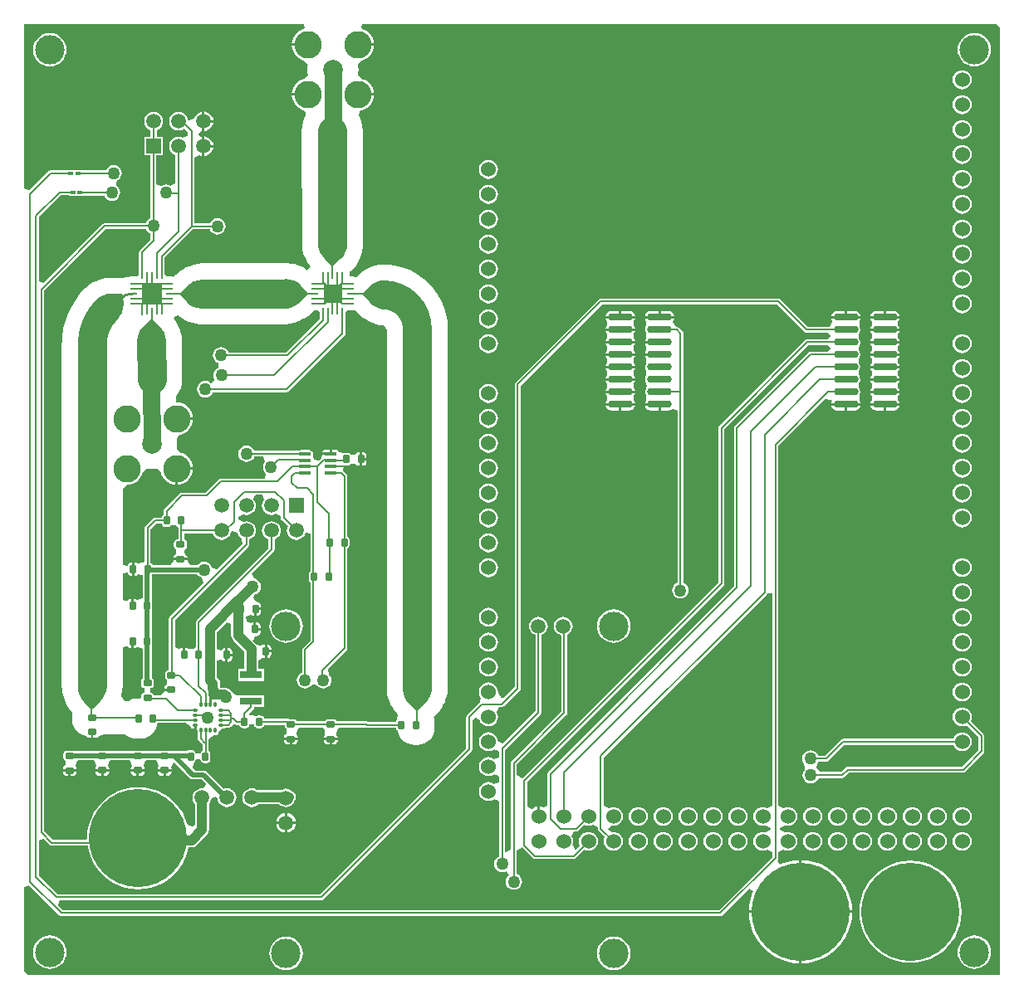
<source format=gtl>
G04 Layer_Physical_Order=1*
G04 Layer_Color=255*
%FSLAX25Y25*%
%MOIN*%
G70*
G01*
G75*
%ADD10C,0.11798*%
%ADD11C,0.01000*%
%ADD12R,0.01969X0.01181*%
G04:AMPARAMS|DCode=13|XSize=23.62mil|YSize=35.43mil|CornerRadius=5.91mil|HoleSize=0mil|Usage=FLASHONLY|Rotation=180.000|XOffset=0mil|YOffset=0mil|HoleType=Round|Shape=RoundedRectangle|*
%AMROUNDEDRECTD13*
21,1,0.02362,0.02362,0,0,180.0*
21,1,0.01181,0.03543,0,0,180.0*
1,1,0.01181,-0.00591,0.01181*
1,1,0.01181,0.00591,0.01181*
1,1,0.01181,0.00591,-0.01181*
1,1,0.01181,-0.00591,-0.01181*
%
%ADD13ROUNDEDRECTD13*%
%ADD14O,0.03189X0.00984*%
%ADD15O,0.00984X0.03189*%
%ADD16O,0.02520X0.01102*%
%ADD17O,0.01102X0.02520*%
G04:AMPARAMS|DCode=18|XSize=23.62mil|YSize=35.43mil|CornerRadius=5.91mil|HoleSize=0mil|Usage=FLASHONLY|Rotation=90.000|XOffset=0mil|YOffset=0mil|HoleType=Round|Shape=RoundedRectangle|*
%AMROUNDEDRECTD18*
21,1,0.02362,0.02362,0,0,90.0*
21,1,0.01181,0.03543,0,0,90.0*
1,1,0.01181,0.01181,0.00591*
1,1,0.01181,0.01181,-0.00591*
1,1,0.01181,-0.01181,-0.00591*
1,1,0.01181,-0.01181,0.00591*
%
%ADD18ROUNDEDRECTD18*%
%ADD19R,0.08661X0.03150*%
%ADD20O,0.04803X0.01575*%
%ADD21O,0.09843X0.02953*%
%ADD22C,0.03937*%
%ADD23C,0.00787*%
%ADD24C,0.01102*%
%ADD25C,0.07087*%
%ADD26C,0.11794*%
%ADD27C,0.01969*%
%ADD28R,0.07185X0.07677*%
%ADD29R,0.08071X0.08268*%
%ADD30C,0.05906*%
%ADD31R,0.05906X0.05906*%
%ADD32C,0.06000*%
%ADD33C,0.07874*%
%ADD34C,0.11024*%
%ADD35C,0.11811*%
%ADD36C,0.39370*%
%ADD37C,0.05000*%
G36*
X36812Y276393D02*
X36811Y276378D01*
X40787Y276231D01*
X41344Y275674D01*
X41385Y271979D01*
X41385Y271979D01*
X41220Y270302D01*
X40731Y268690D01*
X39936Y267204D01*
X38867Y265901D01*
X38867Y265901D01*
X38838Y265930D01*
X30737Y274031D01*
X30737Y274031D01*
X31974Y275047D01*
X33386Y275801D01*
X34918Y276266D01*
X36511Y276423D01*
X36812Y276393D01*
D02*
G37*
G36*
X146186Y281773D02*
Y270316D01*
X146186Y270316D01*
X144593Y270473D01*
X143061Y270938D01*
X141650Y271692D01*
X140412Y272708D01*
X140220Y272942D01*
X140231Y272952D01*
X137524Y275867D01*
Y276655D01*
X140108Y279297D01*
X140108Y279297D01*
X141410Y280366D01*
X142896Y281160D01*
X144509Y281649D01*
X146186Y281814D01*
X146186D01*
Y281773D01*
D02*
G37*
G36*
X393307Y383352D02*
X393307Y2559D01*
X3065Y2559D01*
X1673Y3951D01*
Y37963D01*
X3642Y38750D01*
X15684Y26708D01*
X15684Y26708D01*
X16075Y26447D01*
X16535Y26355D01*
X16535Y26355D01*
X281004D01*
X281004Y26355D01*
X281465Y26447D01*
X281856Y26708D01*
X292550Y37402D01*
X294172Y36240D01*
X294045Y35984D01*
X293174Y33416D01*
X292645Y30757D01*
X292500Y28551D01*
X312697D01*
Y48748D01*
X310491Y48603D01*
X307832Y48074D01*
X305264Y47203D01*
X305009Y47077D01*
X304981Y47115D01*
X303903Y48755D01*
X304164Y49145D01*
X304256Y49606D01*
X304256Y49606D01*
Y51996D01*
X306141Y53030D01*
X307063Y52649D01*
X308051Y52519D01*
X309040Y52649D01*
X309961Y53030D01*
X310752Y53637D01*
X311360Y54429D01*
X311741Y55350D01*
X311871Y56339D01*
X311741Y57327D01*
X311360Y58249D01*
X310752Y59040D01*
X309961Y59647D01*
X309040Y60029D01*
X308051Y60159D01*
X307063Y60029D01*
X306883Y59954D01*
X305038Y61116D01*
Y61562D01*
X306883Y62723D01*
X307063Y62649D01*
X308051Y62519D01*
X309040Y62649D01*
X309961Y63030D01*
X310752Y63638D01*
X311360Y64429D01*
X311741Y65350D01*
X311871Y66339D01*
X311741Y67327D01*
X311360Y68249D01*
X310752Y69040D01*
X309961Y69647D01*
X309040Y70029D01*
X308051Y70159D01*
X307063Y70029D01*
X306141Y69647D01*
X304256Y70681D01*
Y215249D01*
X323002Y233995D01*
X325510Y233807D01*
X325870Y233321D01*
X325852Y233243D01*
X325620Y232895D01*
X325527Y232429D01*
X337268D01*
X337175Y232895D01*
X336943Y233243D01*
X336785Y233935D01*
X336798Y235442D01*
X336880Y235903D01*
X336975Y236046D01*
X337074Y236546D01*
X337151Y236929D01*
D01*
X337066Y237356D01*
X336975Y237812D01*
X336975Y237812D01*
X336803Y238080D01*
X336687Y238994D01*
X336654Y239665D01*
X336666Y240155D01*
X336975Y241046D01*
X336983Y241086D01*
X337063Y241490D01*
X337151Y241929D01*
X337151Y241929D01*
X337150Y241932D01*
X337064Y242367D01*
X337035Y242510D01*
X337011Y242634D01*
X336975Y242812D01*
X336902Y242921D01*
X336475Y244246D01*
Y245272D01*
X336683Y245609D01*
X336975Y246046D01*
X337151Y246929D01*
X336975Y247813D01*
X336683Y248249D01*
X336475Y248586D01*
Y249612D01*
X336902Y250937D01*
X336975Y251046D01*
X337011Y251225D01*
X337035Y251349D01*
X337068Y251513D01*
X337150Y251926D01*
X337151Y251929D01*
X337151Y251929D01*
X337063Y252369D01*
X336983Y252772D01*
X336975Y252813D01*
X336892Y253052D01*
X336691Y253922D01*
X336666Y254429D01*
X336687Y254865D01*
X336749Y255347D01*
X336975Y256046D01*
Y256046D01*
Y256046D01*
X336980Y256070D01*
X337048Y256415D01*
X337078Y256561D01*
X337079Y256569D01*
X337112Y256733D01*
X337151Y256929D01*
D01*
Y256929D01*
X337111Y257130D01*
X337077Y257301D01*
X337076Y257306D01*
X337050Y257438D01*
X336978Y257797D01*
X336975Y257812D01*
X336666Y258703D01*
X336654Y259194D01*
X336635Y258795D01*
X336630Y258808D01*
Y259290D01*
X336647Y259488D01*
X336654Y259194D01*
X336687Y259865D01*
X336803Y260778D01*
X336975Y261046D01*
Y261046D01*
X337066Y261502D01*
X337151Y261929D01*
D01*
X337074Y262313D01*
X336975Y262812D01*
X336880Y262955D01*
X336798Y263416D01*
Y263416D01*
X336798Y263416D01*
X336785Y264924D01*
X336943Y265616D01*
X337175Y265963D01*
X337268Y266429D01*
X325527D01*
X325620Y265963D01*
X325852Y265616D01*
X326004Y264948D01*
X324749Y263133D01*
X316030D01*
X305084Y274080D01*
X304693Y274341D01*
X304232Y274433D01*
X304232Y274433D01*
X232973D01*
X232512Y274341D01*
X232121Y274080D01*
X232121Y274080D01*
X198755Y240714D01*
X198494Y240323D01*
X198402Y239862D01*
X198402Y239862D01*
Y118314D01*
X193940Y113851D01*
X193222Y113942D01*
X192747Y114383D01*
X191779Y116109D01*
X191812Y116358D01*
X191682Y117347D01*
X191300Y118268D01*
X190693Y119060D01*
X189902Y119667D01*
X188981Y120048D01*
X187992Y120178D01*
X187003Y120048D01*
X186082Y119667D01*
X185291Y119060D01*
X184684Y118268D01*
X184302Y117347D01*
X184172Y116358D01*
X184302Y115370D01*
X184684Y114448D01*
X184718Y114100D01*
X184506Y112449D01*
X184215Y112001D01*
X179365Y107151D01*
X179104Y106760D01*
X179012Y106299D01*
X179012Y106299D01*
Y93806D01*
X120269Y35063D01*
X14967D01*
X7405Y42625D01*
Y56514D01*
X9374Y57329D01*
X11845Y54857D01*
X11845Y54857D01*
X12236Y54596D01*
X12697Y54505D01*
X12697Y54505D01*
X27081D01*
X27525Y52269D01*
X28388Y49727D01*
X29575Y47321D01*
X31066Y45089D01*
X32835Y43072D01*
X34853Y41302D01*
X37084Y39811D01*
X39491Y38624D01*
X42033Y37762D01*
X44665Y37238D01*
X47343Y37062D01*
X50020Y37238D01*
X52653Y37762D01*
X55194Y38624D01*
X57601Y39811D01*
X59832Y41302D01*
X61850Y43072D01*
X63619Y45089D01*
X65110Y47321D01*
X66297Y49727D01*
X67160Y52269D01*
X67488Y53918D01*
X68774Y53913D01*
X68779Y53914D01*
X68783Y53913D01*
X69139Y53960D01*
X69494Y54006D01*
X69498Y54007D01*
X69503Y54008D01*
X69834Y54145D01*
X70165Y54281D01*
X70169Y54284D01*
X70173Y54286D01*
X70459Y54505D01*
X70742Y54721D01*
X70745Y54725D01*
X70749Y54727D01*
X74931Y58909D01*
X75373Y59485D01*
X75650Y60155D01*
X75745Y60875D01*
Y71353D01*
X76232Y71989D01*
X76609Y72898D01*
X76660Y73283D01*
X77293Y73916D01*
X77614Y74083D01*
X78663Y74333D01*
X79045Y74003D01*
X79211Y73739D01*
X79322Y72898D01*
X79698Y71989D01*
X80298Y71207D01*
X81079Y70608D01*
X81989Y70231D01*
X82965Y70102D01*
X83942Y70231D01*
X84852Y70608D01*
X85633Y71207D01*
X86233Y71989D01*
X86609Y72898D01*
X86738Y73875D01*
X86609Y74851D01*
X86233Y75761D01*
X85633Y76542D01*
X84852Y77142D01*
X83942Y77519D01*
X82965Y77647D01*
X81989Y77519D01*
X81637Y77373D01*
X74758Y84252D01*
X74172Y84644D01*
X73481Y84781D01*
X70189D01*
X69194Y86134D01*
X69741Y88029D01*
X69997Y88200D01*
X70301Y88656D01*
X70408Y89193D01*
X72323D01*
X72430Y88656D01*
X72734Y88200D01*
X73190Y87896D01*
X73728Y87789D01*
X74909D01*
X75446Y87896D01*
X75902Y88200D01*
X76207Y88656D01*
X76314Y89193D01*
Y91556D01*
X76207Y92093D01*
X75902Y92549D01*
X75614Y92742D01*
Y97056D01*
X76064Y98148D01*
X77824Y99015D01*
X77824D01*
X77903Y98999D01*
X78347Y98911D01*
X78347Y98911D01*
X78584Y98958D01*
X78753Y98992D01*
X78869Y99015D01*
X78869D01*
X78880Y99022D01*
X79140Y99196D01*
X79195Y99233D01*
X79245Y99266D01*
X79276Y99287D01*
X79312Y99311D01*
X79454Y99523D01*
X79607Y99753D01*
X79607Y99753D01*
X79696Y100197D01*
X79711Y100276D01*
X79711Y100276D01*
Y100276D01*
X80373Y101124D01*
X81221Y101785D01*
X81221D01*
X83123Y101946D01*
X83540D01*
X83540Y101945D01*
X84001Y102037D01*
X84392Y102298D01*
X84424Y102330D01*
X85843Y103357D01*
X86430Y103237D01*
X86890Y103146D01*
X87991D01*
X88094Y102631D01*
X88398Y102175D01*
X88854Y101871D01*
X89391Y101764D01*
X90573D01*
X91110Y101871D01*
X91566Y102175D01*
X91871Y102631D01*
X91978Y103169D01*
X93892D01*
X93999Y102631D01*
X94304Y102175D01*
X94760Y101871D01*
X95297Y101764D01*
X96478D01*
X97016Y101871D01*
X97472Y102175D01*
X97776Y102631D01*
X97879Y103146D01*
X106097D01*
Y102775D01*
X106203Y102237D01*
X106508Y101782D01*
X106854Y101550D01*
X106939Y100897D01*
X106906Y100132D01*
X106809Y99501D01*
X106355Y99197D01*
X106003Y98671D01*
X105880Y98050D01*
Y97960D01*
X111485D01*
Y98050D01*
X111362Y98671D01*
X111011Y99197D01*
X111129Y101241D01*
X111861Y102123D01*
X121504D01*
X122258Y101211D01*
X122337Y99159D01*
X121986Y98633D01*
X121862Y98013D01*
Y97922D01*
X127468D01*
Y98013D01*
X127345Y98633D01*
X126993Y99159D01*
X127072Y101211D01*
X127826Y102123D01*
X138656D01*
X138760Y102054D01*
X139220Y101962D01*
X150911D01*
X151013Y101448D01*
X151318Y100992D01*
X151397Y100939D01*
X151427Y100635D01*
X151821Y99336D01*
X152460Y98139D01*
X153321Y97090D01*
X154370Y96229D01*
X155567Y95589D01*
X156866Y95196D01*
X158217Y95063D01*
X159398D01*
X160748Y95196D01*
X162047Y95589D01*
X163244Y96229D01*
X164293Y97090D01*
X165154Y98139D01*
X165794Y99336D01*
X166188Y100635D01*
X166321Y101986D01*
Y104348D01*
X166188Y105698D01*
X165987Y106360D01*
X166445Y106785D01*
X166463Y106796D01*
X166697Y106989D01*
X166697Y106989D01*
X166697Y106989D01*
X167048Y107339D01*
X167574Y107866D01*
X167574Y107866D01*
X167574Y107866D01*
X168590Y109103D01*
X168590Y109103D01*
X169001Y109719D01*
X169279Y110135D01*
X169279Y110135D01*
X169279Y110135D01*
X170034Y111547D01*
X170393Y112415D01*
X170509Y112693D01*
X170509Y112693D01*
Y112693D01*
Y112693D01*
X170553Y112840D01*
X170981Y113874D01*
X171430Y115741D01*
X171580Y117655D01*
Y261811D01*
X171567Y261985D01*
X171585Y262306D01*
X171422Y265197D01*
X170937Y268052D01*
X170136Y270834D01*
X169028Y273509D01*
X167627Y276043D01*
X165952Y278404D01*
X164022Y280563D01*
X161863Y282493D01*
X159502Y284168D01*
X156968Y285569D01*
X154293Y286677D01*
X151510Y287479D01*
X148656Y287964D01*
X147170Y288047D01*
X147111Y288053D01*
X146806Y288113D01*
X146495D01*
X146186Y288144D01*
X146186D01*
X145933Y288119D01*
X145862Y288113D01*
X145565D01*
X144385Y287997D01*
X144051Y287971D01*
X144004Y287960D01*
X143888Y287948D01*
X143888D01*
X143485Y287868D01*
X142672Y287706D01*
X142671Y287706D01*
X141059Y287217D01*
X141059Y287217D01*
X139913Y286742D01*
X139913Y286742D01*
X139913D01*
X139913D01*
X138427Y285948D01*
X138426Y285948D01*
X138013Y285672D01*
X137395Y285259D01*
X137395Y285259D01*
X136092Y284190D01*
X135870Y283967D01*
X135627Y283768D01*
X135607Y283743D01*
X135582Y283722D01*
X134977Y283103D01*
X134585D01*
X133583Y283202D01*
X132351D01*
X132251Y285171D01*
X132593Y285488D01*
X132610Y285500D01*
X132844Y285692D01*
X132844Y285692D01*
X132844Y285692D01*
X133195Y286043D01*
X133722Y286569D01*
X133722Y286569D01*
X133722Y286569D01*
X134737Y287807D01*
X134737Y287807D01*
X135149Y288422D01*
X135427Y288838D01*
X135427Y288838D01*
X135427Y288838D01*
X136181Y290250D01*
X136541Y291118D01*
X136656Y291396D01*
X136656Y291396D01*
Y291396D01*
Y291396D01*
X137121Y292928D01*
X137267Y293661D01*
X137363Y294145D01*
X137369Y294208D01*
X137385Y294274D01*
X137417Y294691D01*
X137520Y295738D01*
Y295824D01*
X137534Y295910D01*
X137528Y296135D01*
X137550Y296358D01*
X137530Y296560D01*
X137433Y341857D01*
X137278Y343771D01*
X136826Y345637D01*
X136087Y347409D01*
X135759Y347942D01*
X136496Y349993D01*
X136769Y350020D01*
X137996Y350392D01*
X139128Y350996D01*
X140119Y351810D01*
X140933Y352802D01*
X141537Y353933D01*
X141910Y355160D01*
X141986Y355937D01*
X135492D01*
Y356937D01*
X141986D01*
X141910Y357714D01*
X141537Y358941D01*
X140933Y360072D01*
X140119Y361064D01*
X139128Y361878D01*
X137996Y362482D01*
X136936Y362804D01*
X136466Y363256D01*
X135591Y364416D01*
X135621Y364842D01*
X135778Y366437D01*
X135621Y368032D01*
X135591Y368458D01*
X136297Y369394D01*
X137127Y370128D01*
X137996Y370392D01*
X139128Y370996D01*
X140119Y371810D01*
X140933Y372802D01*
X141537Y373933D01*
X141910Y375161D01*
X141986Y375937D01*
X135492D01*
Y376937D01*
X141986D01*
X141910Y377714D01*
X141537Y378941D01*
X140933Y380072D01*
X140119Y381064D01*
X139128Y381878D01*
X137996Y382482D01*
X136769Y382855D01*
X137092Y384744D01*
X391915Y384744D01*
X393307Y383352D01*
D02*
G37*
G36*
X55906Y263386D02*
X55906Y263386D01*
X56975Y262083D01*
X57769Y260597D01*
X58258Y258985D01*
X58423Y257308D01*
X58423Y257308D01*
X58382Y257308D01*
X46925D01*
X46925Y257308D01*
X47082Y258901D01*
X47547Y260433D01*
X48301Y261844D01*
X49317Y263081D01*
X49551Y263273D01*
X49561Y263262D01*
X52477Y265969D01*
X53264D01*
X55906Y263386D01*
D02*
G37*
G36*
X50672Y301984D02*
X51199Y301297D01*
X51885Y300770D01*
X52261Y300615D01*
Y298074D01*
X48007Y293819D01*
X47746Y293429D01*
X47654Y292968D01*
X47654Y292968D01*
Y285107D01*
X47653Y285106D01*
X47554Y284606D01*
Y283911D01*
X46772Y283202D01*
X45801D01*
X45585Y283206D01*
X45039Y283249D01*
X42941Y283084D01*
X40894Y282592D01*
X40824Y282563D01*
X37453Y282688D01*
X37432Y282693D01*
X37131Y282722D01*
X37131D01*
X37131Y282722D01*
X36511D01*
X35890Y282722D01*
X35890Y282722D01*
X35890D01*
X34297Y282565D01*
X33995Y282505D01*
X33080Y282323D01*
X31549Y281859D01*
X31549D01*
X31549D01*
X31549Y281859D01*
X31270Y281743D01*
X30402Y281384D01*
X30266Y281311D01*
X29233Y280883D01*
X27659Y279918D01*
X27654Y279915D01*
X27596Y279880D01*
X27496Y279795D01*
X26364Y278828D01*
X26363Y278827D01*
X26195Y278684D01*
X26103Y278598D01*
X26045Y278544D01*
Y278544D01*
X26045Y278544D01*
X26045D01*
X23939Y276221D01*
X22072Y273702D01*
X20460Y271013D01*
X19119Y268178D01*
X18063Y265226D01*
X17301Y262184D01*
X16841Y259083D01*
X16759Y257427D01*
X16738Y257153D01*
D01*
X16738D01*
X16738D01*
X16738Y257153D01*
X16702Y256693D01*
Y256693D01*
X16702Y256693D01*
X16702Y256693D01*
Y256693D01*
X16702Y255199D01*
Y118898D01*
X16852Y116984D01*
X16948Y116585D01*
X16996Y116096D01*
Y116096D01*
X17076Y115692D01*
X17238Y114879D01*
X17238Y114879D01*
X17727Y113267D01*
X17727Y113267D01*
X18202Y112120D01*
X18202Y112120D01*
Y112120D01*
Y112120D01*
X18996Y110634D01*
X18996Y110634D01*
X19273Y110221D01*
X19686Y109602D01*
X19686Y109602D01*
X20755Y108300D01*
X20976Y108078D01*
X20966Y108044D01*
X20833Y106693D01*
Y105512D01*
X20966Y104161D01*
X21360Y102863D01*
X22000Y101666D01*
X22861Y100617D01*
X23910Y99756D01*
X25106Y99116D01*
X26405Y98722D01*
X26436Y98719D01*
X26609Y98460D01*
X27135Y98108D01*
X27756Y97985D01*
X30118D01*
X30739Y98108D01*
X31265Y98460D01*
X31438Y98719D01*
X31469Y98722D01*
X32767Y99116D01*
X33256Y99377D01*
X42146D01*
X43004Y98673D01*
X44201Y98033D01*
X45500Y97639D01*
X46850Y97506D01*
X48031D01*
X49382Y97639D01*
X50681Y98033D01*
X51878Y98673D01*
X52927Y99534D01*
X53788Y100583D01*
X54428Y101780D01*
X54821Y103078D01*
X54852Y103383D01*
X54931Y103436D01*
X55235Y103891D01*
X55240Y103914D01*
X66131D01*
X67986Y103150D01*
X68106Y102545D01*
X68449Y102031D01*
X68962Y101689D01*
X69567Y101568D01*
X69776D01*
Y103150D01*
X70776D01*
Y101568D01*
X70985D01*
X71076Y100716D01*
Y100276D01*
X71180Y99753D01*
X71237Y99669D01*
Y97699D01*
X71237Y97699D01*
X71329Y97238D01*
X71590Y96847D01*
X73168Y95270D01*
X73205Y95244D01*
Y92857D01*
X73190Y92854D01*
X72734Y92549D01*
X72430Y92093D01*
X72323Y91556D01*
X70408D01*
X70301Y92093D01*
X69997Y92549D01*
X69541Y92854D01*
X69003Y92961D01*
X67822D01*
X67285Y92854D01*
X66900Y92597D01*
X59863D01*
X59684Y92716D01*
X59146Y92823D01*
X56784D01*
X56246Y92716D01*
X56068Y92597D01*
X48963D01*
X48784Y92716D01*
X48246Y92823D01*
X45884D01*
X45346Y92716D01*
X45168Y92597D01*
X34863D01*
X34684Y92716D01*
X34146Y92823D01*
X31784D01*
X31246Y92716D01*
X31068Y92597D01*
X21613D01*
X21584Y92616D01*
X21046Y92723D01*
X18684D01*
X18146Y92616D01*
X17691Y92312D01*
X17386Y91856D01*
X17279Y91318D01*
Y90137D01*
X17386Y89599D01*
X17691Y89144D01*
X18036Y88912D01*
X18121Y88259D01*
X18089Y87494D01*
X17992Y86863D01*
X17537Y86559D01*
X17186Y86033D01*
X17062Y85413D01*
Y85322D01*
X22668D01*
Y85413D01*
X22545Y86033D01*
X22193Y86559D01*
X22761Y88514D01*
X23277Y88984D01*
X29434D01*
X29956Y88572D01*
X30637Y86659D01*
X30286Y86133D01*
X30162Y85513D01*
Y85422D01*
X35768D01*
Y85513D01*
X35645Y86133D01*
X35293Y86659D01*
X35974Y88572D01*
X36496Y88984D01*
X43533D01*
X44055Y88571D01*
X44737Y86659D01*
X44386Y86133D01*
X44262Y85513D01*
Y85422D01*
X49868D01*
Y85513D01*
X49744Y86133D01*
X49393Y86659D01*
X50075Y88571D01*
X50597Y88984D01*
X54434D01*
X54955Y88571D01*
X55637Y86659D01*
X55286Y86133D01*
X55162Y85513D01*
Y85422D01*
X60768D01*
Y85513D01*
X60645Y86133D01*
X61454Y87955D01*
X61546Y88058D01*
X61690Y88095D01*
X68088Y81698D01*
X68674Y81306D01*
X69365Y81169D01*
X72733D01*
X74564Y79337D01*
X74298Y78561D01*
X73547Y77571D01*
X72966Y77647D01*
X71989Y77519D01*
X71079Y77142D01*
X70298Y76542D01*
X69699Y75761D01*
X69322Y74851D01*
X69193Y73875D01*
X69322Y72898D01*
X69699Y71989D01*
X70186Y71354D01*
Y63092D01*
X69270Y62368D01*
X67730Y62748D01*
X67090Y63094D01*
X66297Y65430D01*
X65110Y67837D01*
X63619Y70068D01*
X61850Y72086D01*
X59832Y73856D01*
X57601Y75346D01*
X55194Y76534D01*
X52653Y77396D01*
X50020Y77920D01*
X47343Y78095D01*
X44665Y77920D01*
X42033Y77396D01*
X39491Y76534D01*
X37084Y75346D01*
X34853Y73856D01*
X32835Y72086D01*
X31066Y70068D01*
X29575Y67837D01*
X28388Y65430D01*
X27525Y62889D01*
X27002Y60257D01*
X26826Y57579D01*
X26203Y56913D01*
X13196D01*
X9669Y60440D01*
Y277552D01*
X34456Y302339D01*
X50525D01*
X50672Y301984D01*
D02*
G37*
G36*
X131220Y296358D02*
X131064Y294765D01*
X130599Y293234D01*
X129844Y291822D01*
X128829Y290585D01*
X128595Y290393D01*
X128585Y290404D01*
X125669Y287697D01*
X124882D01*
X122240Y290280D01*
X122240Y290280D01*
X121171Y291583D01*
X120377Y293069D01*
X119888Y294681D01*
X119722Y296358D01*
Y296358D01*
X131220D01*
X131220Y296358D01*
D02*
G37*
G36*
X72835Y281890D02*
Y270433D01*
X72835Y270433D01*
X71242Y270590D01*
X69710Y271055D01*
X68299Y271809D01*
X67061Y272825D01*
X66869Y273059D01*
X66881Y273069D01*
X64174Y275984D01*
Y276772D01*
X66757Y279414D01*
X66757Y279414D01*
X68059Y280483D01*
X69546Y281277D01*
X71158Y281766D01*
X72835Y281931D01*
X72835D01*
Y281890D01*
D02*
G37*
G36*
X108286Y282147D02*
X109818Y281682D01*
X111229Y280927D01*
X112466Y279912D01*
X112658Y279678D01*
X112647Y279668D01*
X115354Y276752D01*
Y275965D01*
X112771Y273323D01*
X112771Y273323D01*
X111468Y272254D01*
X109982Y271460D01*
X108370Y270971D01*
X106693Y270805D01*
X106299Y270844D01*
X106299Y270856D01*
X106299Y282265D01*
X106693Y282303D01*
X108286Y282147D01*
D02*
G37*
G36*
X71421Y163030D02*
X72107Y162503D01*
X72907Y162172D01*
X73581Y160127D01*
X60014Y146560D01*
X59753Y146169D01*
X59661Y145708D01*
X59661Y145708D01*
Y125123D01*
X59485D01*
X58947Y125016D01*
X58491Y124712D01*
X58187Y124256D01*
X58080Y123718D01*
Y122537D01*
X58187Y122000D01*
X58491Y121544D01*
X58837Y121313D01*
X58922Y120659D01*
X58889Y119894D01*
X58792Y119263D01*
X58338Y118959D01*
X57986Y118433D01*
X57863Y117813D01*
Y117722D01*
X60666D01*
Y116722D01*
X57863D01*
Y116635D01*
Y116632D01*
X57863Y116631D01*
X56597Y115186D01*
X56328Y115026D01*
X53569D01*
X53545Y115150D01*
X53240Y115606D01*
X52784Y115911D01*
X52247Y116018D01*
Y117932D01*
X52784Y118039D01*
X53240Y118344D01*
X53545Y118799D01*
X53652Y119337D01*
Y120518D01*
X53545Y121056D01*
X53240Y121512D01*
X52784Y121816D01*
X52769Y121819D01*
Y134973D01*
X52851Y135096D01*
X52958Y135634D01*
Y137996D01*
X52851Y138533D01*
X52769Y138656D01*
Y149146D01*
X52851Y149269D01*
X52958Y149807D01*
Y152169D01*
X52851Y152707D01*
X52769Y152830D01*
Y163478D01*
X52802Y163501D01*
X52847Y163568D01*
X71008D01*
X71421Y163030D01*
D02*
G37*
G36*
X34628Y118393D02*
X34471Y116800D01*
X34007Y115269D01*
X33252Y113857D01*
X32237Y112620D01*
X32003Y112428D01*
X31992Y112439D01*
X29077Y109732D01*
X28290D01*
X25648Y112315D01*
X25648Y112315D01*
X24579Y113618D01*
X23785Y115104D01*
X23295Y116717D01*
X23130Y118393D01*
Y118394D01*
X34628D01*
X34628Y118393D01*
D02*
G37*
G36*
X56824Y183556D02*
X57129Y183101D01*
X57585Y182796D01*
X58122Y182689D01*
X59303D01*
X59841Y182796D01*
X60297Y183101D01*
X60352Y183183D01*
X61927Y183451D01*
X62577Y183399D01*
X63414Y182453D01*
Y177623D01*
X63084D01*
X62546Y177516D01*
X62091Y177212D01*
X61786Y176756D01*
X61679Y176218D01*
Y175037D01*
X61786Y174499D01*
X62091Y174044D01*
X62436Y173813D01*
X62521Y173159D01*
X62489Y172394D01*
X62392Y171763D01*
X61937Y171459D01*
X61586Y170933D01*
X61462Y170313D01*
Y170222D01*
X67068D01*
Y170313D01*
X66944Y170933D01*
X66593Y171459D01*
X66139Y171763D01*
X66042Y172394D01*
X66009Y173159D01*
X66094Y173813D01*
X66440Y174044D01*
X66744Y174499D01*
X66851Y175037D01*
Y176218D01*
X66744Y176756D01*
X66440Y177212D01*
X65984Y177516D01*
X65822Y177548D01*
Y179984D01*
X77254D01*
X77536Y179302D01*
X78136Y178521D01*
X78917Y177921D01*
X79827Y177544D01*
X80803Y177416D01*
X81779Y177544D01*
X82689Y177921D01*
X83471Y178521D01*
X84070Y179302D01*
X84447Y180212D01*
X84490Y180541D01*
X85093Y180983D01*
X87159Y180212D01*
X87536Y179302D01*
X88136Y178521D01*
X88917Y177921D01*
X89026Y177876D01*
X89275Y175820D01*
X79013Y165559D01*
X76968Y166233D01*
X76637Y167033D01*
X76110Y167719D01*
X75423Y168246D01*
X74624Y168578D01*
X73765Y168691D01*
X72907Y168578D01*
X72107Y168246D01*
X71421Y167719D01*
X71008Y167181D01*
X68424D01*
X68030Y167535D01*
X67068Y169132D01*
Y169132D01*
X67068Y169150D01*
Y169222D01*
X61462D01*
Y169150D01*
X61462Y169132D01*
Y169132D01*
X60500Y167535D01*
X60107Y167181D01*
X53149D01*
X53107Y167394D01*
X52802Y167850D01*
X52346Y168154D01*
X52287Y168166D01*
Y181693D01*
X54664Y184071D01*
X56722D01*
X56824Y183556D01*
D02*
G37*
G36*
X45557Y134012D02*
X45647D01*
X46268Y134135D01*
X46794Y134487D01*
X48737Y133863D01*
X49156Y133374D01*
Y121689D01*
X48891Y121512D01*
X48587Y121056D01*
X48480Y120518D01*
Y119337D01*
X48587Y118799D01*
X48891Y118344D01*
X49347Y118039D01*
X49885Y117932D01*
Y116018D01*
X49347Y115911D01*
X48891Y115606D01*
X48587Y115150D01*
X48480Y114613D01*
Y114120D01*
X48031Y113714D01*
X46850D01*
X45500Y113581D01*
X44201Y113187D01*
X43528Y112828D01*
X41921D01*
X41921Y112828D01*
X40478Y114796D01*
X40528Y114963D01*
X40545Y115047D01*
X40574Y115117D01*
X41022Y116984D01*
X41173Y118898D01*
Y134426D01*
X42115Y134734D01*
X43141Y134754D01*
X43320Y134487D01*
X43846Y134135D01*
X44466Y134012D01*
X44557D01*
Y136815D01*
X45557D01*
Y134012D01*
D02*
G37*
G36*
X325157Y254429D02*
X324379Y253133D01*
X317185D01*
X317185Y253134D01*
X316724Y253042D01*
X316334Y252781D01*
X286845Y223292D01*
X286584Y222902D01*
X286493Y222441D01*
X286493Y222441D01*
Y158767D01*
X212042Y84316D01*
X211781Y83925D01*
X211689Y83465D01*
X211689Y83465D01*
Y71070D01*
X210879Y70451D01*
X209721Y69977D01*
X209095Y70236D01*
X208551Y70307D01*
Y66339D01*
X207551D01*
Y70307D01*
X207007Y70236D01*
X206034Y69833D01*
X205437Y69374D01*
X204484Y69596D01*
X203468Y70170D01*
Y80210D01*
X282249Y158991D01*
X282249Y158991D01*
X282510Y159382D01*
X282602Y159843D01*
X282602Y159843D01*
Y221942D01*
X316385Y255725D01*
X324379D01*
X325157Y254429D01*
D02*
G37*
G36*
X314680Y261078D02*
X314680Y261078D01*
X315071Y260817D01*
X315532Y260725D01*
X315532Y260725D01*
X324379D01*
X325157Y259429D01*
X324379Y258133D01*
X315886D01*
X315886Y258134D01*
X315425Y258042D01*
X315034Y257781D01*
X315034Y257781D01*
X280546Y223292D01*
X280285Y222902D01*
X280193Y222441D01*
X280193Y222441D01*
Y160341D01*
X201412Y81560D01*
X199715Y82563D01*
X199334Y82870D01*
Y87198D01*
X219159Y107023D01*
X219159Y107023D01*
X219420Y107413D01*
X219511Y107874D01*
X219511Y107874D01*
Y139404D01*
X219859Y139548D01*
X220640Y140147D01*
X221239Y140929D01*
X221616Y141839D01*
X221745Y142815D01*
X221616Y143791D01*
X221239Y144701D01*
X220640Y145483D01*
X219859Y146082D01*
X218949Y146459D01*
X217972Y146587D01*
X216996Y146459D01*
X216086Y146082D01*
X215305Y145483D01*
X214705Y144701D01*
X214329Y143791D01*
X214200Y142815D01*
X214329Y141839D01*
X214705Y140929D01*
X215305Y140147D01*
X216086Y139548D01*
X216996Y139171D01*
X217103Y139157D01*
Y108373D01*
X197278Y88548D01*
X197017Y88158D01*
X196926Y87697D01*
X196926Y87697D01*
Y53048D01*
X194957Y51918D01*
X194610Y52120D01*
Y93104D01*
X208785Y107278D01*
X208785Y107279D01*
X209046Y107669D01*
X209137Y108130D01*
Y139233D01*
X209898Y139548D01*
X210679Y140147D01*
X211279Y140929D01*
X211656Y141839D01*
X211784Y142815D01*
X211656Y143791D01*
X211279Y144701D01*
X210679Y145483D01*
X209898Y146082D01*
X208988Y146459D01*
X208012Y146587D01*
X207035Y146459D01*
X206126Y146082D01*
X205344Y145483D01*
X204745Y144701D01*
X204368Y143791D01*
X204240Y142815D01*
X204368Y141839D01*
X204745Y140929D01*
X205344Y140147D01*
X206126Y139548D01*
X206729Y139298D01*
Y108629D01*
X193698Y95597D01*
X192162Y96217D01*
X191796Y96480D01*
X191682Y97347D01*
X191300Y98268D01*
X190693Y99059D01*
X189902Y99667D01*
X188981Y100048D01*
X187992Y100178D01*
X187003Y100048D01*
X186082Y99667D01*
X185291Y99059D01*
X184684Y98268D01*
X184302Y97347D01*
X184172Y96358D01*
X184302Y95370D01*
X184684Y94448D01*
X185291Y93657D01*
X186082Y93050D01*
X187003Y92668D01*
X187992Y92538D01*
X188981Y92668D01*
X189902Y93050D01*
X190233Y93304D01*
X191771Y92779D01*
X192201Y92428D01*
Y90289D01*
X191771Y89938D01*
X190233Y89413D01*
X189902Y89667D01*
X188981Y90048D01*
X187992Y90178D01*
X187003Y90048D01*
X186082Y89667D01*
X185291Y89060D01*
X184684Y88268D01*
X184302Y87347D01*
X184172Y86358D01*
X184302Y85370D01*
X184684Y84448D01*
X185291Y83657D01*
X186082Y83050D01*
X187003Y82668D01*
X187992Y82538D01*
X188981Y82668D01*
X189902Y83050D01*
X190233Y83304D01*
X191771Y82779D01*
X192201Y82428D01*
Y80289D01*
X191771Y79938D01*
X190233Y79413D01*
X189902Y79667D01*
X188981Y80048D01*
X187992Y80178D01*
X187003Y80048D01*
X186082Y79667D01*
X185291Y79059D01*
X184684Y78268D01*
X184302Y77347D01*
X184172Y76358D01*
X184302Y75370D01*
X184684Y74448D01*
X185291Y73657D01*
X186082Y73050D01*
X187003Y72668D01*
X187992Y72538D01*
X188981Y72668D01*
X189902Y73050D01*
X190233Y73304D01*
X191771Y72779D01*
X192201Y72428D01*
Y50304D01*
X191748Y50116D01*
X191061Y49589D01*
X190534Y48902D01*
X190203Y48102D01*
X190090Y47244D01*
X190203Y46386D01*
X190534Y45586D01*
X191061Y44900D01*
X191748Y44373D01*
X192547Y44041D01*
X193406Y43928D01*
X194264Y44041D01*
X195063Y44373D01*
X196148Y42780D01*
X195785Y42502D01*
X195258Y41815D01*
X194927Y41016D01*
X194814Y40157D01*
X194927Y39299D01*
X195258Y38500D01*
X195785Y37813D01*
X196472Y37286D01*
X197272Y36955D01*
X198130Y36842D01*
X198988Y36955D01*
X199788Y37286D01*
X200475Y37813D01*
X201002Y38500D01*
X201333Y39299D01*
X201446Y40157D01*
X201333Y41016D01*
X201002Y41815D01*
X200475Y42502D01*
X199788Y43029D01*
X199334Y43217D01*
Y52563D01*
X199715Y52870D01*
X201412Y53873D01*
X205743Y49542D01*
X205743Y49542D01*
X206134Y49281D01*
X206595Y49189D01*
X222106D01*
X222106Y49189D01*
X222567Y49281D01*
X222958Y49542D01*
X226357Y52941D01*
X227063Y52649D01*
X228051Y52519D01*
X229040Y52649D01*
X229961Y53030D01*
X230752Y53637D01*
X231360Y54429D01*
X231741Y55350D01*
X231871Y56339D01*
X231741Y57327D01*
X231360Y58249D01*
X230752Y59040D01*
X229961Y59647D01*
X229040Y60029D01*
X228051Y60159D01*
X227063Y60029D01*
X226141Y59647D01*
X225350Y59040D01*
X224743Y58249D01*
X224361Y57327D01*
X224231Y56339D01*
X224361Y55350D01*
X224654Y54644D01*
X222951Y52941D01*
X222738Y52991D01*
X222440Y53302D01*
X221701Y55254D01*
X221741Y55350D01*
X221871Y56339D01*
X221741Y57327D01*
X221359Y58249D01*
X222333Y60213D01*
X223130D01*
X223130Y60213D01*
X223591Y60305D01*
X223981Y60566D01*
X226357Y62941D01*
X227063Y62649D01*
X228051Y62519D01*
X229040Y62649D01*
X229800Y62963D01*
X230456Y62731D01*
X231768Y61936D01*
Y61418D01*
X231768Y61418D01*
X231860Y60957D01*
X232121Y60566D01*
X234654Y58033D01*
X234361Y57327D01*
X234231Y56339D01*
X234361Y55350D01*
X234743Y54429D01*
X235350Y53637D01*
X236141Y53030D01*
X237063Y52649D01*
X238051Y52519D01*
X239040Y52649D01*
X239961Y53030D01*
X240752Y53637D01*
X241359Y54429D01*
X241741Y55350D01*
X241871Y56339D01*
X241741Y57327D01*
X241359Y58249D01*
X240752Y59040D01*
X239961Y59647D01*
X239040Y60029D01*
X238051Y60159D01*
X237402Y60073D01*
X236411Y60798D01*
X235908Y61392D01*
X237063Y62649D01*
X238051Y62519D01*
X239040Y62649D01*
X239961Y63030D01*
X240752Y63638D01*
X241359Y64429D01*
X241741Y65350D01*
X241871Y66339D01*
X241741Y67327D01*
X241359Y68249D01*
X240752Y69040D01*
X239961Y69647D01*
X239040Y70029D01*
X238051Y70159D01*
X237063Y70029D01*
X236141Y69647D01*
X234177Y70621D01*
Y90052D01*
X299572Y155448D01*
X299833Y155838D01*
X299879Y156067D01*
X301847Y155873D01*
Y70681D01*
X299961Y69647D01*
X299040Y70029D01*
X298051Y70159D01*
X297062Y70029D01*
X296141Y69647D01*
X295350Y69040D01*
X294743Y68249D01*
X294361Y67327D01*
X294231Y66339D01*
X294361Y65350D01*
X294743Y64429D01*
X295350Y63638D01*
X296141Y63030D01*
X297062Y62649D01*
X298051Y62519D01*
X299040Y62649D01*
X299220Y62723D01*
X301065Y61562D01*
Y61115D01*
X299220Y59954D01*
X299040Y60029D01*
X298051Y60159D01*
X297062Y60029D01*
X296141Y59647D01*
X295350Y59040D01*
X294743Y58249D01*
X294361Y57327D01*
X294231Y56339D01*
X294361Y55350D01*
X294743Y54429D01*
X295350Y53637D01*
X296141Y53030D01*
X297062Y52649D01*
X298051Y52519D01*
X299040Y52649D01*
X299961Y53030D01*
X301847Y51996D01*
Y50105D01*
X280505Y28763D01*
X17034D01*
X15112Y30686D01*
X15927Y32654D01*
X120768D01*
X120768Y32654D01*
X121229Y32746D01*
X121619Y33007D01*
X181068Y92456D01*
X181068Y92456D01*
X181329Y92846D01*
X181421Y93307D01*
X181421Y93307D01*
Y104967D01*
X182394Y105971D01*
X182762Y105911D01*
X184417Y105092D01*
X184684Y104448D01*
X185291Y103657D01*
X186082Y103050D01*
X187003Y102668D01*
X187992Y102538D01*
X188981Y102668D01*
X189902Y103050D01*
X190693Y103657D01*
X191300Y104448D01*
X191682Y105370D01*
X191812Y106358D01*
X191682Y107347D01*
X191300Y108268D01*
X192289Y110213D01*
X193209D01*
X193209Y110213D01*
X193670Y110305D01*
X194060Y110566D01*
X200458Y116963D01*
X200719Y117354D01*
X200811Y117815D01*
X200811Y117815D01*
Y239363D01*
X233471Y272024D01*
X303733D01*
X314680Y261078D01*
D02*
G37*
G36*
X165073Y117655D02*
X164916Y116062D01*
X164451Y114530D01*
X163697Y113119D01*
X162681Y111881D01*
X162448Y111689D01*
X162437Y111701D01*
X159522Y108994D01*
X158734D01*
X156093Y111577D01*
X156093Y111577D01*
X155024Y112880D01*
X154229Y114366D01*
X153740Y115978D01*
X153575Y117655D01*
Y117655D01*
X165073D01*
X165073Y117655D01*
D02*
G37*
G36*
X135315Y268944D02*
X135327Y268926D01*
X135519Y268692D01*
X135519Y268692D01*
X135519Y268692D01*
X135870Y268341D01*
X136397Y267815D01*
X136397Y267815D01*
X136397Y267815D01*
X137634Y266799D01*
X137634Y266799D01*
X138250Y266388D01*
X138496Y266224D01*
X138773Y265987D01*
X140410Y264984D01*
X142184Y264249D01*
X144051Y263801D01*
X145785Y263664D01*
X145785Y263662D01*
X145836Y263651D01*
X146106Y263364D01*
X147109Y261811D01*
X147109Y259843D01*
Y117655D01*
X147260Y115741D01*
X147708Y113874D01*
X147917Y113369D01*
X148172Y112528D01*
X148172Y112528D01*
X148647Y111382D01*
X148647Y111382D01*
Y111382D01*
Y111382D01*
X149441Y109896D01*
X149441Y109896D01*
X149717Y109483D01*
X150131Y108864D01*
X150131Y108864D01*
X151199Y107561D01*
X151422Y107339D01*
X151482Y107265D01*
X151318Y105341D01*
X151013Y104885D01*
X150911Y104371D01*
X139624D01*
X139520Y104440D01*
X139060Y104532D01*
X127093D01*
X126840Y104912D01*
X126384Y105216D01*
X125846Y105323D01*
X123484D01*
X122946Y105216D01*
X122491Y104912D01*
X122237Y104532D01*
X111136D01*
X110857Y104950D01*
X110401Y105254D01*
X109864Y105361D01*
X108311D01*
X108159Y105463D01*
X107698Y105554D01*
X107698Y105554D01*
X97879D01*
X97776Y106069D01*
X97472Y106525D01*
X97016Y106829D01*
X96478Y106936D01*
X95297D01*
X94760Y106829D01*
X94716Y106800D01*
X92733Y106892D01*
X92327Y106986D01*
X92027Y107500D01*
X92417Y108323D01*
X93517Y109423D01*
X93778Y109814D01*
X93854Y110198D01*
X97784D01*
Y114922D01*
X87547D01*
X87547Y114922D01*
X85793Y115439D01*
X85549Y116028D01*
X85022Y116715D01*
X84335Y117242D01*
X83535Y117573D01*
X83243Y117612D01*
X83201Y117644D01*
X82530Y117921D01*
X81811Y118016D01*
X80249D01*
X80244Y118055D01*
X80142Y118301D01*
Y119783D01*
X80047Y120503D01*
X79770Y121173D01*
X79328Y121749D01*
X78864Y122213D01*
X78874Y128908D01*
X80692Y129448D01*
X80833Y129426D01*
X81137Y128972D01*
X81663Y128620D01*
X82284Y128497D01*
X82374D01*
Y131300D01*
Y134102D01*
X82284D01*
X81663Y133979D01*
X81137Y133627D01*
X80833Y133173D01*
X80695Y133152D01*
X78881Y133710D01*
X78891Y140469D01*
X82867Y144445D01*
X84685Y143692D01*
Y138913D01*
X84780Y138194D01*
X85058Y137523D01*
X85500Y136947D01*
X89933Y132514D01*
Y125552D01*
X87547D01*
Y120828D01*
X97784D01*
Y125552D01*
X95492D01*
Y129079D01*
X95558Y129142D01*
X97343Y130003D01*
X97461Y129995D01*
X97988Y129891D01*
X98078D01*
Y132693D01*
Y135496D01*
X97988D01*
X97367Y135373D01*
X97173Y135243D01*
X96203Y135154D01*
X94823Y135442D01*
X94678Y135631D01*
X93377Y136932D01*
X93396Y137094D01*
X94262Y138831D01*
X94784D01*
X95404Y138955D01*
X95930Y139306D01*
X96282Y139832D01*
X96405Y140453D01*
Y141134D01*
X94193D01*
Y141634D01*
X93693D01*
Y144437D01*
X93602D01*
X92982Y144314D01*
X92456Y143962D01*
X90734Y144566D01*
X90561Y146638D01*
X90701Y146793D01*
X92653Y147377D01*
X93179Y147025D01*
X93799Y146902D01*
X93890D01*
Y149705D01*
X94390D01*
Y150205D01*
X96602D01*
Y150886D01*
X96479Y151506D01*
X96127Y152032D01*
X95601Y152384D01*
X94981Y152507D01*
X94436D01*
X93435Y154319D01*
X93903Y155104D01*
X94248Y155524D01*
X94923Y155803D01*
X95610Y156330D01*
X96137Y157017D01*
X96468Y157817D01*
X96581Y158675D01*
X96468Y159533D01*
X96137Y160333D01*
X95610Y161020D01*
X94923Y161546D01*
X94124Y161878D01*
X93798Y161920D01*
X93111Y163268D01*
X93030Y163936D01*
X101766Y172672D01*
X102027Y173063D01*
X102118Y173524D01*
X102118Y173524D01*
Y177685D01*
X102689Y177921D01*
X103471Y178521D01*
X104070Y179302D01*
X104447Y180212D01*
X104576Y181188D01*
X104447Y182165D01*
X104070Y183074D01*
X103471Y183856D01*
X102689Y184455D01*
X101779Y184832D01*
X100803Y184961D01*
X99827Y184832D01*
X98917Y184455D01*
X98136Y183856D01*
X97536Y183074D01*
X97159Y182165D01*
X97031Y181188D01*
X97159Y180212D01*
X97536Y179302D01*
X98136Y178521D01*
X98917Y177921D01*
X99710Y177593D01*
Y174022D01*
X70767Y145079D01*
X70506Y144689D01*
X70414Y144228D01*
X70414Y144228D01*
Y134336D01*
X69502Y133582D01*
X67450Y133502D01*
X66924Y133854D01*
X66303Y133977D01*
X66213D01*
Y131175D01*
X65213D01*
Y133977D01*
X65122D01*
X64502Y133854D01*
X64038Y133544D01*
X63657Y133618D01*
X62070Y134194D01*
Y145209D01*
X91655Y174794D01*
X91655Y174794D01*
X91916Y175185D01*
X92007Y175646D01*
X92007Y175646D01*
Y177639D01*
X92689Y177921D01*
X93471Y178521D01*
X94070Y179302D01*
X94447Y180212D01*
X94576Y181188D01*
X94447Y182165D01*
X94070Y183074D01*
X93471Y183856D01*
X92689Y184455D01*
X91780Y184832D01*
X90803Y184961D01*
X89827Y184832D01*
X89447Y184675D01*
X87668Y185778D01*
X87672Y186594D01*
X89452Y187700D01*
X89827Y187544D01*
X90803Y187416D01*
X91780Y187544D01*
X92689Y187921D01*
X93471Y188521D01*
X94070Y189302D01*
X94447Y190212D01*
X94576Y191188D01*
X94447Y192165D01*
X94070Y193075D01*
X93683Y193579D01*
X93951Y194645D01*
X94499Y195548D01*
X97107D01*
X97656Y194645D01*
X97923Y193579D01*
X97536Y193075D01*
X97159Y192165D01*
X97031Y191188D01*
X97159Y190212D01*
X97536Y189302D01*
X98136Y188521D01*
X98917Y187921D01*
X99827Y187544D01*
X100803Y187416D01*
X101779Y187544D01*
X102689Y187921D01*
X104603Y186908D01*
Y186184D01*
X104603Y186184D01*
X104695Y185723D01*
X104956Y185333D01*
X107442Y182847D01*
X107159Y182165D01*
X107031Y181188D01*
X107159Y180212D01*
X107536Y179302D01*
X108136Y178521D01*
X108917Y177921D01*
X109827Y177544D01*
X110803Y177416D01*
X111779Y177544D01*
X112689Y177921D01*
X113471Y178521D01*
X114070Y179302D01*
X114447Y180212D01*
X116414Y180071D01*
Y164895D01*
X116231Y164773D01*
X115927Y164318D01*
X115820Y163780D01*
Y161418D01*
X115927Y160880D01*
X116231Y160424D01*
X116414Y160302D01*
Y137015D01*
X113420Y134021D01*
X113159Y133630D01*
X113067Y133169D01*
X113067Y133169D01*
Y124123D01*
X112614Y123935D01*
X111927Y123408D01*
X111400Y122721D01*
X111069Y121921D01*
X110956Y121063D01*
X111069Y120205D01*
X111400Y119405D01*
X111927Y118719D01*
X112614Y118192D01*
X113414Y117860D01*
X114272Y117747D01*
X115130Y117860D01*
X115930Y118192D01*
X116616Y118719D01*
X116824Y118989D01*
X117673Y119169D01*
X118252D01*
X119102Y118989D01*
X119309Y118719D01*
X119996Y118192D01*
X120795Y117860D01*
X121654Y117747D01*
X122512Y117860D01*
X123311Y118192D01*
X123998Y118719D01*
X124525Y119405D01*
X124856Y120205D01*
X124969Y121063D01*
X124856Y121921D01*
X124525Y122721D01*
X123998Y123408D01*
X123652Y125453D01*
X123749Y125884D01*
X130970Y133105D01*
X131231Y133496D01*
X131322Y133957D01*
X131322Y133957D01*
Y173950D01*
X131702Y174203D01*
X132007Y174659D01*
X132114Y175197D01*
Y177559D01*
X132007Y178096D01*
X131702Y178552D01*
X131322Y178806D01*
Y203051D01*
X131322Y203051D01*
X131231Y203512D01*
X130970Y203903D01*
X130970Y203903D01*
X130819Y204053D01*
X129633Y205240D01*
X129405Y205392D01*
X129405D01*
X129729Y207226D01*
X129737Y207257D01*
X129967Y207307D01*
X130217Y207257D01*
X131398D01*
X131935Y207364D01*
X132391Y207668D01*
X132622Y208014D01*
X133276Y208099D01*
X134040Y208066D01*
X134672Y207969D01*
X134975Y207515D01*
X135502Y207164D01*
X136122Y207040D01*
X136213D01*
Y209843D01*
Y212646D01*
X136122D01*
X135502Y212522D01*
X134975Y212171D01*
X134672Y211717D01*
X134040Y211619D01*
X133276Y211587D01*
X132622Y211672D01*
X132391Y212017D01*
X131935Y212322D01*
X131398Y212429D01*
X130217D01*
X129971Y212380D01*
X128330Y212638D01*
X127619Y213133D01*
X127509Y213297D01*
X126918Y213692D01*
X126221Y213830D01*
X125106D01*
Y212008D01*
X124606D01*
Y211508D01*
X121269D01*
X121309Y211311D01*
X120959Y210358D01*
X120959Y210358D01*
X120959D01*
X120239Y209637D01*
X119818Y209217D01*
X117852Y209832D01*
X117389Y211393D01*
X117511Y212008D01*
X117389Y212622D01*
X117041Y213143D01*
X116520Y213491D01*
X115906Y213614D01*
X112677D01*
X112063Y213491D01*
X111731Y213270D01*
X93923D01*
X93718Y213764D01*
X93191Y214451D01*
X92504Y214978D01*
X91705Y215309D01*
X90847Y215422D01*
X89988Y215309D01*
X89189Y214978D01*
X88502Y214451D01*
X87975Y213764D01*
X87644Y212965D01*
X87531Y212106D01*
X87644Y211248D01*
X87975Y210449D01*
X88502Y209762D01*
X89189Y209235D01*
X89988Y208904D01*
X90847Y208791D01*
X91705Y208904D01*
X92504Y209235D01*
X93191Y209762D01*
X93718Y210449D01*
X93889Y210861D01*
X97638D01*
X98302Y209085D01*
X98328Y208893D01*
X97832Y208246D01*
X97500Y207446D01*
X97387Y206588D01*
X97500Y205730D01*
X97832Y204930D01*
X98359Y204244D01*
X98600Y204059D01*
X98089Y202090D01*
X80512D01*
X80051Y201998D01*
X79660Y201737D01*
X79660Y201737D01*
X74302Y196379D01*
X64765D01*
X64305Y196287D01*
X63914Y196026D01*
X57861Y189974D01*
X57600Y189583D01*
X57508Y189122D01*
X57508Y189122D01*
Y187703D01*
X57129Y187450D01*
X56824Y186994D01*
X56722Y186479D01*
X54166D01*
X54166Y186479D01*
X53705Y186388D01*
X53314Y186127D01*
X53314Y186127D01*
X50231Y183044D01*
X49970Y182653D01*
X49878Y182192D01*
X49878Y182192D01*
Y168899D01*
X49073Y168223D01*
X47050Y168003D01*
X46524Y168354D01*
X45903Y168478D01*
X45813D01*
Y165675D01*
Y162872D01*
X45903D01*
X46524Y162996D01*
X47050Y163347D01*
X47188Y163553D01*
X48629Y163420D01*
X49156Y163226D01*
Y154429D01*
X48737Y153941D01*
X46794Y153316D01*
X46268Y153667D01*
X45647Y153791D01*
X45557D01*
Y150988D01*
X44557D01*
Y153791D01*
X44466D01*
X43846Y153667D01*
X43319Y153316D01*
X43141Y153049D01*
X42114Y153069D01*
X41173Y153376D01*
Y164094D01*
X43141Y164288D01*
X43224Y163873D01*
X43575Y163347D01*
X44102Y162996D01*
X44722Y162872D01*
X44813D01*
Y165675D01*
Y168478D01*
X44722D01*
X44102Y168354D01*
X43575Y168003D01*
X43224Y167477D01*
X43141Y167062D01*
X41173Y167256D01*
Y197826D01*
X42756Y199599D01*
X44033Y199724D01*
X45260Y200097D01*
X46391Y200701D01*
X47383Y201515D01*
X48197Y202507D01*
X48801Y203638D01*
X49065Y204508D01*
X49799Y205337D01*
X50735Y206043D01*
X51161Y206013D01*
X52756Y205856D01*
X54351Y206013D01*
X54777Y206043D01*
X55713Y205337D01*
X56447Y204508D01*
X56711Y203638D01*
X57315Y202507D01*
X58129Y201515D01*
X59121Y200701D01*
X60252Y200097D01*
X61480Y199724D01*
X62256Y199648D01*
Y206142D01*
X62756D01*
Y206642D01*
X69250D01*
X69174Y207418D01*
X68801Y208646D01*
X68197Y209777D01*
X67383Y210769D01*
X66391Y211582D01*
X65260Y212187D01*
X64390Y212451D01*
X63561Y213185D01*
X62855Y214121D01*
X62885Y214547D01*
X63042Y216142D01*
X62885Y217737D01*
X62855Y218163D01*
X63712Y219299D01*
X64215Y219780D01*
X65260Y220097D01*
X66391Y220701D01*
X67383Y221515D01*
X68197Y222507D01*
X68801Y223638D01*
X69174Y224865D01*
X69250Y225642D01*
X62756D01*
Y226642D01*
X69250D01*
X69174Y227418D01*
X68801Y228646D01*
X68197Y229777D01*
X67383Y230769D01*
X66391Y231582D01*
X65260Y232187D01*
X64033Y232559D01*
X62756Y232685D01*
X62577Y232847D01*
X62569Y234841D01*
X62703Y235001D01*
X63695Y236645D01*
X64418Y238423D01*
X64854Y240293D01*
X64991Y242209D01*
X64889Y257390D01*
X64726Y259303D01*
X64265Y261167D01*
X64073Y261622D01*
X63826Y262435D01*
X63826Y262435D01*
X63548Y263106D01*
X63351Y263581D01*
X63351Y263581D01*
X62557Y265067D01*
X62557Y265067D01*
X62215Y265580D01*
X61868Y266099D01*
X61697Y266522D01*
X62343Y267197D01*
X63353Y267680D01*
X64283Y266916D01*
X64283Y266916D01*
X64899Y266505D01*
X65315Y266227D01*
X65315Y266227D01*
X65315Y266227D01*
X66726Y265472D01*
X67595Y265113D01*
X67873Y264998D01*
X67873Y264998D01*
X67873D01*
X67873D01*
X69405Y264533D01*
X70137Y264387D01*
X70622Y264291D01*
X72214Y264134D01*
X72301D01*
X72386Y264120D01*
X72611Y264126D01*
X72835Y264104D01*
X73144Y264134D01*
X73455D01*
X73506Y264144D01*
X106398D01*
X108311Y264295D01*
X110178Y264743D01*
X111636Y265347D01*
X111820Y265403D01*
X111820Y265403D01*
X112966Y265877D01*
X112966Y265877D01*
X112966D01*
X112966D01*
X114452Y266672D01*
X114452Y266672D01*
X114865Y266948D01*
X115484Y267361D01*
X115484Y267361D01*
X116786Y268430D01*
X117009Y268652D01*
X117251Y268852D01*
X117272Y268877D01*
X117297Y268898D01*
X117938Y269554D01*
X119331D01*
X120113Y268845D01*
Y268150D01*
X120212Y267650D01*
X120213Y267649D01*
Y266306D01*
X106686Y252779D01*
X83670D01*
X83482Y253233D01*
X82955Y253920D01*
X82268Y254446D01*
X81468Y254778D01*
X80610Y254891D01*
X79752Y254778D01*
X78952Y254446D01*
X78266Y253920D01*
X77739Y253233D01*
X77407Y252433D01*
X77294Y251575D01*
X77407Y250717D01*
X77739Y249917D01*
X78266Y249230D01*
X78952Y248703D01*
X79382Y248526D01*
X79520Y247139D01*
X79396Y246478D01*
X79149Y246376D01*
X78462Y245849D01*
X77936Y245162D01*
X77604Y244362D01*
X77491Y243504D01*
X77604Y242646D01*
X77936Y241846D01*
X78140Y241580D01*
X76656Y240337D01*
X75969Y240864D01*
X75169Y241195D01*
X74311Y241308D01*
X73453Y241195D01*
X72653Y240864D01*
X71966Y240337D01*
X71439Y239650D01*
X71108Y238850D01*
X70995Y237992D01*
X71108Y237134D01*
X71439Y236334D01*
X71966Y235648D01*
X72653Y235121D01*
X73453Y234789D01*
X74311Y234676D01*
X75169Y234789D01*
X75969Y235121D01*
X76656Y235648D01*
X77183Y236334D01*
X77371Y236788D01*
X106791D01*
X106791Y236788D01*
X107252Y236880D01*
X107643Y237141D01*
X130143Y259641D01*
X130404Y260031D01*
X130496Y260492D01*
X130496Y260492D01*
Y267649D01*
X130497Y267650D01*
X130596Y268150D01*
Y268845D01*
X131378Y269554D01*
X133583D01*
X134589Y269653D01*
X134657D01*
X135315Y268944D01*
D02*
G37*
G36*
X114216Y382855D02*
X112988Y382482D01*
X111857Y381878D01*
X110865Y381064D01*
X110052Y380072D01*
X109447Y378941D01*
X109075Y377714D01*
X108998Y376937D01*
X115492D01*
Y375937D01*
X108998D01*
X109075Y375161D01*
X109447Y373933D01*
X110052Y372802D01*
X110865Y371810D01*
X111857Y370996D01*
X112988Y370392D01*
X113858Y370128D01*
X114687Y369394D01*
X115393Y368458D01*
X115364Y368032D01*
X115207Y366437D01*
X115364Y364842D01*
X115393Y364416D01*
X114518Y363256D01*
X114049Y362804D01*
X112988Y362482D01*
X111857Y361878D01*
X110865Y361064D01*
X110052Y360072D01*
X109447Y358941D01*
X109075Y357714D01*
X108998Y356937D01*
X115492D01*
Y355937D01*
X108998D01*
X109075Y355160D01*
X109447Y353933D01*
X110052Y352802D01*
X110865Y351810D01*
X111857Y350996D01*
X112988Y350392D01*
X113746Y350162D01*
X113788Y350130D01*
X114467Y348902D01*
X114670Y347997D01*
X114283Y347362D01*
X113552Y345587D01*
X113108Y343719D01*
X112961Y341804D01*
X113060Y296135D01*
X113215Y294221D01*
X113667Y292355D01*
X114405Y290583D01*
X115336Y289072D01*
X115589Y288599D01*
X115589Y288599D01*
X115865Y288186D01*
X116278Y287567D01*
X116278Y287567D01*
X116453Y287354D01*
X115245Y285821D01*
X115244Y285820D01*
X114731Y286163D01*
X114213Y286510D01*
X114213Y286510D01*
X112801Y287264D01*
X112801Y287264D01*
X111852Y287657D01*
X111655Y287739D01*
X111655Y287739D01*
X110123Y288204D01*
X110123Y288204D01*
X108906Y288446D01*
X107314Y288603D01*
X107314Y288603D01*
X107314D01*
X107314Y288603D01*
X106900D01*
X106516Y288603D01*
X106398Y288612D01*
X73229D01*
X71315Y288461D01*
X69448Y288013D01*
X68085Y287448D01*
X67708Y287334D01*
X67708Y287334D01*
X66562Y286859D01*
X66562Y286859D01*
X66562D01*
X66562D01*
X65076Y286065D01*
X65076Y286065D01*
X64662Y285789D01*
X64044Y285376D01*
X64044Y285375D01*
X62741Y284307D01*
X62519Y284084D01*
X62276Y283885D01*
X62256Y283860D01*
X62231Y283839D01*
X61557Y283150D01*
X61024Y283202D01*
X58819D01*
X58037Y283911D01*
Y284606D01*
X57938Y285106D01*
X57937Y285107D01*
Y290898D01*
X69279Y302241D01*
X76074D01*
X76262Y301787D01*
X76789Y301100D01*
X77476Y300573D01*
X78276Y300242D01*
X79134Y300129D01*
X79992Y300242D01*
X80792Y300573D01*
X81479Y301100D01*
X82005Y301787D01*
X82337Y302587D01*
X82450Y303445D01*
X82337Y304303D01*
X82005Y305103D01*
X81479Y305790D01*
X80792Y306316D01*
X79992Y306648D01*
X79134Y306761D01*
X78276Y306648D01*
X77476Y306316D01*
X76789Y305790D01*
X76262Y305103D01*
X76074Y304649D01*
X69985D01*
Y330897D01*
X70684Y331469D01*
X71953Y332010D01*
X72512Y331779D01*
X73043Y331709D01*
Y335630D01*
Y339551D01*
X72512Y339481D01*
X71456Y340492D01*
X72053Y341220D01*
X72707Y341753D01*
X73043Y341709D01*
Y345630D01*
Y349551D01*
X72512Y349481D01*
X71550Y349083D01*
X70724Y348449D01*
X70091Y347623D01*
X69755Y346814D01*
X69590Y346627D01*
X67613Y345947D01*
X67238Y346222D01*
X67187Y346606D01*
X66810Y347516D01*
X66211Y348298D01*
X65430Y348897D01*
X64520Y349274D01*
X63543Y349402D01*
X62567Y349274D01*
X61657Y348897D01*
X60876Y348298D01*
X60276Y347516D01*
X59899Y346606D01*
X59771Y345630D01*
X59899Y344654D01*
X60276Y343744D01*
X60876Y342963D01*
X61657Y342363D01*
X62567Y341986D01*
X63543Y341858D01*
X64520Y341986D01*
X65430Y342363D01*
X65624Y342512D01*
X67233Y341380D01*
X67265Y341165D01*
X67084Y339841D01*
X66900Y339737D01*
X65229Y338980D01*
X64520Y339274D01*
X63543Y339402D01*
X62567Y339274D01*
X61657Y338897D01*
X60876Y338298D01*
X60276Y337516D01*
X59899Y336606D01*
X59771Y335630D01*
X59899Y334654D01*
X60276Y333744D01*
X60876Y332962D01*
X61657Y332363D01*
X62261Y332113D01*
Y320592D01*
X62215Y320547D01*
X60293Y319746D01*
X60221Y319801D01*
X59421Y320132D01*
X58563Y320245D01*
X57705Y320132D01*
X56905Y319801D01*
X56638Y319596D01*
X55219Y320052D01*
X54670Y320480D01*
Y331890D01*
X57284D01*
Y339370D01*
X54748D01*
Y342080D01*
X55430Y342363D01*
X56211Y342963D01*
X56810Y343744D01*
X57187Y344654D01*
X57316Y345630D01*
X57187Y346606D01*
X56810Y347516D01*
X56211Y348298D01*
X55430Y348897D01*
X54520Y349274D01*
X53543Y349402D01*
X52567Y349274D01*
X51657Y348897D01*
X50876Y348298D01*
X50276Y347516D01*
X49900Y346606D01*
X49771Y345630D01*
X49900Y344654D01*
X50276Y343744D01*
X50876Y342963D01*
X51657Y342363D01*
X52339Y342080D01*
Y339370D01*
X49803D01*
Y331890D01*
X52261D01*
Y306669D01*
X51885Y306513D01*
X51199Y305986D01*
X50672Y305300D01*
X50443Y304748D01*
X33957D01*
X33496Y304656D01*
X33105Y304395D01*
X33105Y304395D01*
X9374Y280663D01*
X7405Y281479D01*
Y307080D01*
X16247Y315922D01*
X19488D01*
Y315650D01*
X25787D01*
Y315823D01*
X33752D01*
X33939Y315370D01*
X34466Y314683D01*
X35153Y314156D01*
X35953Y313825D01*
X36811Y313712D01*
X37669Y313825D01*
X38469Y314156D01*
X39156Y314683D01*
X39683Y315370D01*
X40014Y316170D01*
X40127Y317028D01*
X40014Y317886D01*
X39683Y318686D01*
X39156Y319372D01*
X38676Y319741D01*
X38620Y319987D01*
X38616Y320596D01*
X38883Y321859D01*
X39059Y321932D01*
X39746Y322459D01*
X40273Y323145D01*
X40604Y323945D01*
X40717Y324803D01*
X40604Y325661D01*
X40273Y326461D01*
X39746Y327148D01*
X39059Y327675D01*
X38260Y328006D01*
X37402Y328119D01*
X36544Y328006D01*
X35744Y327675D01*
X35057Y327148D01*
X34530Y326461D01*
X34342Y326008D01*
X24902D01*
Y326083D01*
X18602D01*
Y326008D01*
X12303D01*
X11842Y325916D01*
X11452Y325655D01*
X11452Y325655D01*
X3642Y317845D01*
X1673Y318632D01*
Y384744D01*
X113893Y384744D01*
X114216Y382855D01*
D02*
G37*
%LPC*%
G36*
X111485Y96960D02*
X109183D01*
Y95248D01*
X109864D01*
X110484Y95371D01*
X111011Y95723D01*
X111362Y96249D01*
X111485Y96869D01*
Y96960D01*
D02*
G37*
G36*
X127468Y96922D02*
X125165D01*
Y95210D01*
X125846D01*
X126467Y95333D01*
X126993Y95685D01*
X127345Y96211D01*
X127468Y96832D01*
Y96922D01*
D02*
G37*
G36*
X108183Y96960D02*
X105880D01*
Y96869D01*
X106003Y96249D01*
X106355Y95723D01*
X106881Y95371D01*
X107501Y95248D01*
X108183D01*
Y96960D01*
D02*
G37*
G36*
X312697Y27551D02*
X292500D01*
X292645Y25346D01*
X293174Y22686D01*
X294045Y20119D01*
X295245Y17687D01*
X296751Y15432D01*
X298539Y13393D01*
X300578Y11605D01*
X302832Y10099D01*
X305264Y8900D01*
X307832Y8028D01*
X310491Y7499D01*
X312697Y7355D01*
Y27551D01*
D02*
G37*
G36*
X11811Y18536D02*
X10499Y18407D01*
X9237Y18024D01*
X8075Y17403D01*
X7056Y16567D01*
X6219Y15547D01*
X5598Y14385D01*
X5215Y13123D01*
X5086Y11811D01*
X5215Y10499D01*
X5598Y9237D01*
X6219Y8075D01*
X7056Y7056D01*
X8075Y6219D01*
X9237Y5598D01*
X10499Y5215D01*
X11811Y5086D01*
X13123Y5215D01*
X14385Y5598D01*
X15547Y6219D01*
X16567Y7056D01*
X17403Y8075D01*
X18024Y9237D01*
X18407Y10499D01*
X18536Y11811D01*
X18407Y13123D01*
X18024Y14385D01*
X17403Y15547D01*
X16567Y16567D01*
X15547Y17403D01*
X14385Y18024D01*
X13123Y18407D01*
X11811Y18536D01*
D02*
G37*
G36*
X378051Y130159D02*
X377063Y130028D01*
X376141Y129647D01*
X375350Y129040D01*
X374743Y128249D01*
X374361Y127327D01*
X374231Y126339D01*
X374361Y125350D01*
X374743Y124429D01*
X375350Y123637D01*
X376141Y123030D01*
X377063Y122649D01*
X378051Y122519D01*
X379040Y122649D01*
X379961Y123030D01*
X380752Y123637D01*
X381360Y124429D01*
X381741Y125350D01*
X381871Y126339D01*
X381741Y127327D01*
X381360Y128249D01*
X380752Y129040D01*
X379961Y129647D01*
X379040Y130028D01*
X378051Y130159D01*
D02*
G37*
G36*
X382973Y18536D02*
X381661Y18407D01*
X380399Y18024D01*
X379236Y17403D01*
X378217Y16567D01*
X377381Y15547D01*
X376759Y14385D01*
X376377Y13123D01*
X376247Y11811D01*
X376377Y10499D01*
X376759Y9237D01*
X377381Y8075D01*
X378217Y7056D01*
X379236Y6219D01*
X380399Y5598D01*
X381661Y5215D01*
X382973Y5086D01*
X384285Y5215D01*
X385546Y5598D01*
X386709Y6219D01*
X387728Y7056D01*
X388564Y8075D01*
X389186Y9237D01*
X389569Y10499D01*
X389698Y11811D01*
X389569Y13123D01*
X389186Y14385D01*
X388564Y15547D01*
X387728Y16567D01*
X386709Y17403D01*
X385546Y18024D01*
X384285Y18407D01*
X382973Y18536D01*
D02*
G37*
G36*
X378051Y120159D02*
X377063Y120028D01*
X376141Y119647D01*
X375350Y119040D01*
X374743Y118249D01*
X374361Y117327D01*
X374231Y116339D01*
X374361Y115350D01*
X374743Y114429D01*
X375350Y113637D01*
X376141Y113030D01*
X377063Y112649D01*
X378051Y112519D01*
X379040Y112649D01*
X379961Y113030D01*
X380752Y113637D01*
X381360Y114429D01*
X381741Y115350D01*
X381871Y116339D01*
X381741Y117327D01*
X381360Y118249D01*
X380752Y119040D01*
X379961Y119647D01*
X379040Y120028D01*
X378051Y120159D01*
D02*
G37*
G36*
X46565Y84422D02*
X44262D01*
Y84332D01*
X44386Y83711D01*
X44737Y83185D01*
X45263Y82833D01*
X45884Y82710D01*
X46565D01*
Y84422D01*
D02*
G37*
G36*
X49868D02*
X47565D01*
Y82710D01*
X48246D01*
X48867Y82833D01*
X49393Y83185D01*
X49744Y83711D01*
X49868Y84332D01*
Y84422D01*
D02*
G37*
G36*
X57465Y84422D02*
X55162D01*
Y84332D01*
X55286Y83711D01*
X55637Y83185D01*
X56164Y82833D01*
X56784Y82710D01*
X57465D01*
Y84422D01*
D02*
G37*
G36*
X60768D02*
X58465D01*
Y82710D01*
X59146D01*
X59767Y82833D01*
X60293Y83185D01*
X60645Y83711D01*
X60768Y84332D01*
Y84422D01*
D02*
G37*
G36*
X378051Y110159D02*
X377063Y110029D01*
X376141Y109647D01*
X375350Y109040D01*
X374743Y108249D01*
X374361Y107327D01*
X374231Y106339D01*
X374361Y105350D01*
X374743Y104429D01*
X375350Y103637D01*
X376141Y103030D01*
X377063Y102649D01*
X378051Y102519D01*
X379040Y102649D01*
X379750Y102943D01*
X384623Y98071D01*
Y93019D01*
X377946Y86342D01*
X332087D01*
X331626Y86250D01*
X331235Y85989D01*
X329422Y84177D01*
X321112D01*
X319698Y85862D01*
X319788Y87476D01*
X319832Y87565D01*
X320096Y87909D01*
X320284Y88363D01*
X323524D01*
X323524Y88363D01*
X323985Y88454D01*
X324375Y88715D01*
X330801Y95141D01*
X374448D01*
X374743Y94429D01*
X375350Y93637D01*
X376141Y93030D01*
X377063Y92649D01*
X378051Y92519D01*
X379040Y92649D01*
X379961Y93030D01*
X380752Y93637D01*
X381360Y94429D01*
X381741Y95350D01*
X381871Y96339D01*
X381741Y97327D01*
X381360Y98249D01*
X380752Y99040D01*
X379961Y99647D01*
X379040Y100029D01*
X378051Y100159D01*
X377063Y100029D01*
X376141Y99647D01*
X375350Y99040D01*
X374743Y98249D01*
X374453Y97549D01*
X330302D01*
X330302Y97549D01*
X329841Y97458D01*
X329450Y97197D01*
X329450Y97197D01*
X323025Y90771D01*
X320284D01*
X320096Y91225D01*
X319569Y91912D01*
X318882Y92439D01*
X318083Y92770D01*
X317225Y92883D01*
X316366Y92770D01*
X315567Y92439D01*
X314880Y91912D01*
X314353Y91225D01*
X314022Y90425D01*
X313909Y89567D01*
X314022Y88709D01*
X314353Y87909D01*
X314693Y87466D01*
X314935Y86156D01*
X314969Y85488D01*
X314716Y84975D01*
X314451Y84630D01*
X314120Y83831D01*
X314007Y82973D01*
X314120Y82114D01*
X314451Y81315D01*
X314978Y80628D01*
X315665Y80101D01*
X316465Y79770D01*
X317323Y79657D01*
X318181Y79770D01*
X318981Y80101D01*
X319668Y80628D01*
X320194Y81315D01*
X320382Y81768D01*
X329921D01*
X329921Y81768D01*
X330382Y81860D01*
X330773Y82121D01*
X332586Y83934D01*
X378445D01*
X378445Y83934D01*
X378906Y84025D01*
X379296Y84286D01*
X386678Y91668D01*
X386678Y91668D01*
X386939Y92059D01*
X387031Y92520D01*
Y98569D01*
X387031Y98569D01*
X386939Y99030D01*
X386678Y99421D01*
X386678Y99421D01*
X381451Y104649D01*
X381741Y105350D01*
X381871Y106339D01*
X381741Y107327D01*
X381360Y108249D01*
X380752Y109040D01*
X379961Y109647D01*
X379040Y110029D01*
X378051Y110159D01*
D02*
G37*
G36*
X124165Y96922D02*
X121862D01*
Y96832D01*
X121986Y96211D01*
X122337Y95685D01*
X122863Y95333D01*
X123484Y95210D01*
X124165D01*
Y96922D01*
D02*
G37*
G36*
X32465Y84422D02*
X30162D01*
Y84332D01*
X30286Y83711D01*
X30637Y83185D01*
X31163Y82833D01*
X31784Y82710D01*
X32465D01*
Y84422D01*
D02*
G37*
G36*
X35768D02*
X33465D01*
Y82710D01*
X34146D01*
X34767Y82833D01*
X35293Y83185D01*
X35645Y83711D01*
X35768Y84332D01*
Y84422D01*
D02*
G37*
G36*
X187992Y130178D02*
X187003Y130048D01*
X186082Y129667D01*
X185291Y129060D01*
X184684Y128268D01*
X184302Y127347D01*
X184172Y126358D01*
X184302Y125370D01*
X184684Y124448D01*
X185291Y123657D01*
X186082Y123050D01*
X187003Y122668D01*
X187992Y122538D01*
X188981Y122668D01*
X189902Y123050D01*
X190693Y123657D01*
X191300Y124448D01*
X191682Y125370D01*
X191812Y126358D01*
X191682Y127347D01*
X191300Y128268D01*
X190693Y129060D01*
X189902Y129667D01*
X188981Y130048D01*
X187992Y130178D01*
D02*
G37*
G36*
Y150178D02*
X187003Y150048D01*
X186082Y149667D01*
X185291Y149059D01*
X184684Y148268D01*
X184302Y147347D01*
X184172Y146358D01*
X184302Y145370D01*
X184684Y144448D01*
X185291Y143657D01*
X186082Y143050D01*
X187003Y142668D01*
X187992Y142538D01*
X188981Y142668D01*
X189902Y143050D01*
X190693Y143657D01*
X191300Y144448D01*
X191682Y145370D01*
X191812Y146358D01*
X191682Y147347D01*
X191300Y148268D01*
X190693Y149059D01*
X189902Y149667D01*
X188981Y150048D01*
X187992Y150178D01*
D02*
G37*
G36*
X96602Y149205D02*
X94890D01*
Y146902D01*
X94981D01*
X95601Y147025D01*
X96127Y147377D01*
X96479Y147903D01*
X96602Y148523D01*
Y149205D01*
D02*
G37*
G36*
X94784Y144437D02*
X94693D01*
Y142134D01*
X96405D01*
Y142815D01*
X96282Y143436D01*
X95930Y143962D01*
X95404Y144314D01*
X94784Y144437D01*
D02*
G37*
G36*
X378051Y150159D02*
X377063Y150029D01*
X376141Y149647D01*
X375350Y149040D01*
X374743Y148249D01*
X374361Y147327D01*
X374231Y146339D01*
X374361Y145350D01*
X374743Y144429D01*
X375350Y143637D01*
X376141Y143030D01*
X377063Y142649D01*
X378051Y142519D01*
X379040Y142649D01*
X379961Y143030D01*
X380752Y143637D01*
X381360Y144429D01*
X381741Y145350D01*
X381871Y146339D01*
X381741Y147327D01*
X381360Y148249D01*
X380752Y149040D01*
X379961Y149647D01*
X379040Y150029D01*
X378051Y150159D01*
D02*
G37*
G36*
Y170159D02*
X377063Y170028D01*
X376141Y169647D01*
X375350Y169040D01*
X374743Y168249D01*
X374361Y167327D01*
X374231Y166339D01*
X374361Y165350D01*
X374743Y164429D01*
X375350Y163637D01*
X376141Y163030D01*
X377063Y162649D01*
X378051Y162519D01*
X379040Y162649D01*
X379961Y163030D01*
X380752Y163637D01*
X381360Y164429D01*
X381741Y165350D01*
X381871Y166339D01*
X381741Y167327D01*
X381360Y168249D01*
X380752Y169040D01*
X379961Y169647D01*
X379040Y170028D01*
X378051Y170159D01*
D02*
G37*
G36*
X106693Y18044D02*
X105381Y17915D01*
X104119Y17532D01*
X102957Y16911D01*
X101937Y16074D01*
X101101Y15055D01*
X100480Y13893D01*
X100097Y12631D01*
X99968Y11319D01*
X100097Y10007D01*
X100480Y8745D01*
X101101Y7583D01*
X101937Y6564D01*
X102957Y5727D01*
X104119Y5106D01*
X105381Y4723D01*
X106693Y4594D01*
X108005Y4723D01*
X109267Y5106D01*
X110429Y5727D01*
X111449Y6564D01*
X112285Y7583D01*
X112906Y8745D01*
X113289Y10007D01*
X113418Y11319D01*
X113289Y12631D01*
X112906Y13893D01*
X112285Y15055D01*
X111449Y16074D01*
X110429Y16911D01*
X109267Y17532D01*
X108005Y17915D01*
X106693Y18044D01*
D02*
G37*
G36*
X378051Y160159D02*
X377063Y160029D01*
X376141Y159647D01*
X375350Y159040D01*
X374743Y158249D01*
X374361Y157327D01*
X374231Y156339D01*
X374361Y155350D01*
X374743Y154429D01*
X375350Y153637D01*
X376141Y153030D01*
X377063Y152649D01*
X378051Y152519D01*
X379040Y152649D01*
X379961Y153030D01*
X380752Y153637D01*
X381360Y154429D01*
X381741Y155350D01*
X381871Y156339D01*
X381741Y157327D01*
X381360Y158249D01*
X380752Y159040D01*
X379961Y159647D01*
X379040Y160029D01*
X378051Y160159D01*
D02*
G37*
G36*
X187992Y170139D02*
X187003Y170009D01*
X186082Y169627D01*
X185291Y169020D01*
X184684Y168229D01*
X184302Y167308D01*
X184172Y166319D01*
X184302Y165330D01*
X184684Y164409D01*
X185291Y163618D01*
X186082Y163011D01*
X187003Y162629D01*
X187992Y162499D01*
X188981Y162629D01*
X189902Y163011D01*
X190693Y163618D01*
X191300Y164409D01*
X191682Y165330D01*
X191812Y166319D01*
X191682Y167308D01*
X191300Y168229D01*
X190693Y169020D01*
X189902Y169627D01*
X188981Y170009D01*
X187992Y170139D01*
D02*
G37*
G36*
X238189Y149540D02*
X236877Y149411D01*
X235615Y149028D01*
X234453Y148407D01*
X233434Y147571D01*
X232597Y146551D01*
X231976Y145389D01*
X231593Y144127D01*
X231464Y142815D01*
X231593Y141503D01*
X231976Y140241D01*
X232597Y139079D01*
X233434Y138059D01*
X234453Y137223D01*
X235615Y136602D01*
X236877Y136219D01*
X238189Y136090D01*
X239501Y136219D01*
X240763Y136602D01*
X241925Y137223D01*
X242945Y138059D01*
X243781Y139079D01*
X244402Y140241D01*
X244785Y141503D01*
X244914Y142815D01*
X244785Y144127D01*
X244402Y145389D01*
X243781Y146551D01*
X242945Y147571D01*
X241925Y148407D01*
X240763Y149028D01*
X239501Y149411D01*
X238189Y149540D01*
D02*
G37*
G36*
X83465Y134102D02*
X83374D01*
Y131800D01*
X85086D01*
Y132481D01*
X84963Y133101D01*
X84611Y133627D01*
X84085Y133979D01*
X83465Y134102D01*
D02*
G37*
G36*
X378051Y140159D02*
X377063Y140029D01*
X376141Y139647D01*
X375350Y139040D01*
X374743Y138249D01*
X374361Y137327D01*
X374231Y136339D01*
X374361Y135350D01*
X374743Y134429D01*
X375350Y133637D01*
X376141Y133030D01*
X377063Y132649D01*
X378051Y132519D01*
X379040Y132649D01*
X379961Y133030D01*
X380752Y133637D01*
X381360Y134429D01*
X381741Y135350D01*
X381871Y136339D01*
X381741Y137327D01*
X381360Y138249D01*
X380752Y139040D01*
X379961Y139647D01*
X379040Y140029D01*
X378051Y140159D01*
D02*
G37*
G36*
X85086Y130800D02*
X83374D01*
Y128497D01*
X83465D01*
X84085Y128620D01*
X84611Y128972D01*
X84963Y129498D01*
X85086Y130119D01*
Y130800D01*
D02*
G37*
G36*
X100791Y132193D02*
X99078D01*
Y129891D01*
X99169D01*
X99789Y130014D01*
X100315Y130366D01*
X100667Y130892D01*
X100791Y131512D01*
Y132193D01*
D02*
G37*
G36*
X238189Y18044D02*
X236877Y17915D01*
X235615Y17532D01*
X234453Y16911D01*
X233434Y16074D01*
X232597Y15055D01*
X231976Y13893D01*
X231593Y12631D01*
X231464Y11319D01*
X231593Y10007D01*
X231976Y8745D01*
X232597Y7583D01*
X233434Y6564D01*
X234453Y5727D01*
X235615Y5106D01*
X236877Y4723D01*
X238189Y4594D01*
X239501Y4723D01*
X240763Y5106D01*
X241925Y5727D01*
X242945Y6564D01*
X243781Y7583D01*
X244402Y8745D01*
X244785Y10007D01*
X244914Y11319D01*
X244785Y12631D01*
X244402Y13893D01*
X243781Y15055D01*
X242945Y16074D01*
X241925Y16911D01*
X240763Y17532D01*
X239501Y17915D01*
X238189Y18044D01*
D02*
G37*
G36*
X106693Y149540D02*
X105381Y149411D01*
X104119Y149028D01*
X102957Y148407D01*
X101937Y147571D01*
X101101Y146551D01*
X100480Y145389D01*
X100097Y144127D01*
X99968Y142815D01*
X100097Y141503D01*
X100480Y140241D01*
X101101Y139079D01*
X101937Y138059D01*
X102957Y137223D01*
X104119Y136602D01*
X105381Y136219D01*
X106693Y136090D01*
X108005Y136219D01*
X109267Y136602D01*
X110429Y137223D01*
X111449Y138059D01*
X112285Y139079D01*
X112906Y140241D01*
X113289Y141503D01*
X113418Y142815D01*
X113289Y144127D01*
X112906Y145389D01*
X112285Y146551D01*
X111449Y147571D01*
X110429Y148407D01*
X109267Y149028D01*
X108005Y149411D01*
X106693Y149540D01*
D02*
G37*
G36*
X187992Y140178D02*
X187003Y140048D01*
X186082Y139667D01*
X185291Y139059D01*
X184684Y138268D01*
X184302Y137347D01*
X184172Y136358D01*
X184302Y135370D01*
X184684Y134448D01*
X185291Y133657D01*
X186082Y133050D01*
X187003Y132668D01*
X187992Y132538D01*
X188981Y132668D01*
X189902Y133050D01*
X190693Y133657D01*
X191300Y134448D01*
X191682Y135370D01*
X191812Y136358D01*
X191682Y137347D01*
X191300Y138268D01*
X190693Y139059D01*
X189902Y139667D01*
X188981Y140048D01*
X187992Y140178D01*
D02*
G37*
G36*
X99169Y135496D02*
X99078D01*
Y133193D01*
X100791D01*
Y133874D01*
X100667Y134495D01*
X100315Y135021D01*
X99789Y135373D01*
X99169Y135496D01*
D02*
G37*
G36*
X110614Y63319D02*
X107193D01*
Y59898D01*
X107725Y59968D01*
X108686Y60366D01*
X109512Y61000D01*
X110146Y61826D01*
X110544Y62787D01*
X110614Y63319D01*
D02*
G37*
G36*
X248051Y70159D02*
X247062Y70029D01*
X246141Y69647D01*
X245350Y69040D01*
X244743Y68249D01*
X244361Y67327D01*
X244231Y66339D01*
X244361Y65350D01*
X244743Y64429D01*
X245350Y63638D01*
X246141Y63030D01*
X247062Y62649D01*
X248051Y62519D01*
X249040Y62649D01*
X249961Y63030D01*
X250752Y63638D01*
X251360Y64429D01*
X251741Y65350D01*
X251871Y66339D01*
X251741Y67327D01*
X251360Y68249D01*
X250752Y69040D01*
X249961Y69647D01*
X249040Y70029D01*
X248051Y70159D01*
D02*
G37*
G36*
X278051Y60159D02*
X277063Y60029D01*
X276141Y59647D01*
X275350Y59040D01*
X274743Y58249D01*
X274361Y57327D01*
X274231Y56339D01*
X274361Y55350D01*
X274743Y54429D01*
X275350Y53637D01*
X276141Y53030D01*
X277063Y52649D01*
X278051Y52519D01*
X279040Y52649D01*
X279961Y53030D01*
X280752Y53637D01*
X281360Y54429D01*
X281741Y55350D01*
X281871Y56339D01*
X281741Y57327D01*
X281360Y58249D01*
X280752Y59040D01*
X279961Y59647D01*
X279040Y60029D01*
X278051Y60159D01*
D02*
G37*
G36*
X268051D02*
X267062Y60029D01*
X266141Y59647D01*
X265350Y59040D01*
X264743Y58249D01*
X264361Y57327D01*
X264231Y56339D01*
X264361Y55350D01*
X264743Y54429D01*
X265350Y53637D01*
X266141Y53030D01*
X267062Y52649D01*
X268051Y52519D01*
X269040Y52649D01*
X269961Y53030D01*
X270752Y53637D01*
X271359Y54429D01*
X271741Y55350D01*
X271871Y56339D01*
X271741Y57327D01*
X271359Y58249D01*
X270752Y59040D01*
X269961Y59647D01*
X269040Y60029D01*
X268051Y60159D01*
D02*
G37*
G36*
X278051Y70159D02*
X277063Y70029D01*
X276141Y69647D01*
X275350Y69040D01*
X274743Y68249D01*
X274361Y67327D01*
X274231Y66339D01*
X274361Y65350D01*
X274743Y64429D01*
X275350Y63638D01*
X276141Y63030D01*
X277063Y62649D01*
X278051Y62519D01*
X279040Y62649D01*
X279961Y63030D01*
X280752Y63638D01*
X281360Y64429D01*
X281741Y65350D01*
X281871Y66339D01*
X281741Y67327D01*
X281360Y68249D01*
X280752Y69040D01*
X279961Y69647D01*
X279040Y70029D01*
X278051Y70159D01*
D02*
G37*
G36*
X288051D02*
X287063Y70029D01*
X286141Y69647D01*
X285350Y69040D01*
X284743Y68249D01*
X284361Y67327D01*
X284231Y66339D01*
X284361Y65350D01*
X284743Y64429D01*
X285350Y63638D01*
X286141Y63030D01*
X287063Y62649D01*
X288051Y62519D01*
X289040Y62649D01*
X289961Y63030D01*
X290752Y63638D01*
X291359Y64429D01*
X291741Y65350D01*
X291871Y66339D01*
X291741Y67327D01*
X291359Y68249D01*
X290752Y69040D01*
X289961Y69647D01*
X289040Y70029D01*
X288051Y70159D01*
D02*
G37*
G36*
X258051D02*
X257063Y70029D01*
X256141Y69647D01*
X255350Y69040D01*
X254743Y68249D01*
X254361Y67327D01*
X254231Y66339D01*
X254361Y65350D01*
X254743Y64429D01*
X255350Y63638D01*
X256141Y63030D01*
X257063Y62649D01*
X258051Y62519D01*
X259040Y62649D01*
X259961Y63030D01*
X260752Y63638D01*
X261360Y64429D01*
X261741Y65350D01*
X261871Y66339D01*
X261741Y67327D01*
X261360Y68249D01*
X260752Y69040D01*
X259961Y69647D01*
X259040Y70029D01*
X258051Y70159D01*
D02*
G37*
G36*
X268051D02*
X267062Y70029D01*
X266141Y69647D01*
X265350Y69040D01*
X264743Y68249D01*
X264361Y67327D01*
X264231Y66339D01*
X264361Y65350D01*
X264743Y64429D01*
X265350Y63638D01*
X266141Y63030D01*
X267062Y62649D01*
X268051Y62519D01*
X269040Y62649D01*
X269961Y63030D01*
X270752Y63638D01*
X271359Y64429D01*
X271741Y65350D01*
X271871Y66339D01*
X271741Y67327D01*
X271359Y68249D01*
X270752Y69040D01*
X269961Y69647D01*
X269040Y70029D01*
X268051Y70159D01*
D02*
G37*
G36*
X288051Y60159D02*
X287063Y60029D01*
X286141Y59647D01*
X285350Y59040D01*
X284743Y58249D01*
X284361Y57327D01*
X284231Y56339D01*
X284361Y55350D01*
X284743Y54429D01*
X285350Y53637D01*
X286141Y53030D01*
X287063Y52649D01*
X288051Y52519D01*
X289040Y52649D01*
X289961Y53030D01*
X290752Y53637D01*
X291359Y54429D01*
X291741Y55350D01*
X291871Y56339D01*
X291741Y57327D01*
X291359Y58249D01*
X290752Y59040D01*
X289961Y59647D01*
X289040Y60029D01*
X288051Y60159D01*
D02*
G37*
G36*
X328051D02*
X327063Y60029D01*
X326141Y59647D01*
X325350Y59040D01*
X324743Y58249D01*
X324361Y57327D01*
X324231Y56339D01*
X324361Y55350D01*
X324743Y54429D01*
X325350Y53637D01*
X326141Y53030D01*
X327063Y52649D01*
X328051Y52519D01*
X329040Y52649D01*
X329961Y53030D01*
X330752Y53637D01*
X331360Y54429D01*
X331741Y55350D01*
X331871Y56339D01*
X331741Y57327D01*
X331360Y58249D01*
X330752Y59040D01*
X329961Y59647D01*
X329040Y60029D01*
X328051Y60159D01*
D02*
G37*
G36*
X358051D02*
X357063Y60029D01*
X356141Y59647D01*
X355350Y59040D01*
X354743Y58249D01*
X354361Y57327D01*
X354231Y56339D01*
X354361Y55350D01*
X354743Y54429D01*
X355350Y53637D01*
X356141Y53030D01*
X357063Y52649D01*
X358051Y52519D01*
X359040Y52649D01*
X359961Y53030D01*
X360752Y53637D01*
X361360Y54429D01*
X361741Y55350D01*
X361871Y56339D01*
X361741Y57327D01*
X361360Y58249D01*
X360752Y59040D01*
X359961Y59647D01*
X359040Y60029D01*
X358051Y60159D01*
D02*
G37*
G36*
X338051D02*
X337063Y60029D01*
X336141Y59647D01*
X335350Y59040D01*
X334743Y58249D01*
X334361Y57327D01*
X334231Y56339D01*
X334361Y55350D01*
X334743Y54429D01*
X335350Y53637D01*
X336141Y53030D01*
X337063Y52649D01*
X338051Y52519D01*
X339040Y52649D01*
X339961Y53030D01*
X340752Y53637D01*
X341359Y54429D01*
X341741Y55350D01*
X341871Y56339D01*
X341741Y57327D01*
X341359Y58249D01*
X340752Y59040D01*
X339961Y59647D01*
X339040Y60029D01*
X338051Y60159D01*
D02*
G37*
G36*
X348051D02*
X347062Y60029D01*
X346141Y59647D01*
X345350Y59040D01*
X344743Y58249D01*
X344361Y57327D01*
X344231Y56339D01*
X344361Y55350D01*
X344743Y54429D01*
X345350Y53637D01*
X346141Y53030D01*
X347062Y52649D01*
X348051Y52519D01*
X349040Y52649D01*
X349961Y53030D01*
X350752Y53637D01*
X351360Y54429D01*
X351741Y55350D01*
X351871Y56339D01*
X351741Y57327D01*
X351360Y58249D01*
X350752Y59040D01*
X349961Y59647D01*
X349040Y60029D01*
X348051Y60159D01*
D02*
G37*
G36*
X378051D02*
X377063Y60029D01*
X376141Y59647D01*
X375350Y59040D01*
X374743Y58249D01*
X374361Y57327D01*
X374231Y56339D01*
X374361Y55350D01*
X374743Y54429D01*
X375350Y53637D01*
X376141Y53030D01*
X377063Y52649D01*
X378051Y52519D01*
X379040Y52649D01*
X379961Y53030D01*
X380752Y53637D01*
X381360Y54429D01*
X381741Y55350D01*
X381871Y56339D01*
X381741Y57327D01*
X381360Y58249D01*
X380752Y59040D01*
X379961Y59647D01*
X379040Y60029D01*
X378051Y60159D01*
D02*
G37*
G36*
X106193Y63319D02*
X102772D01*
X102842Y62787D01*
X103240Y61826D01*
X103874Y61000D01*
X104700Y60366D01*
X105661Y59968D01*
X106193Y59898D01*
Y63319D01*
D02*
G37*
G36*
X318051Y60159D02*
X317062Y60029D01*
X316141Y59647D01*
X315350Y59040D01*
X314743Y58249D01*
X314361Y57327D01*
X314231Y56339D01*
X314361Y55350D01*
X314743Y54429D01*
X315350Y53637D01*
X316141Y53030D01*
X317062Y52649D01*
X318051Y52519D01*
X319040Y52649D01*
X319961Y53030D01*
X320752Y53637D01*
X321359Y54429D01*
X321741Y55350D01*
X321871Y56339D01*
X321741Y57327D01*
X321359Y58249D01*
X320752Y59040D01*
X319961Y59647D01*
X319040Y60029D01*
X318051Y60159D01*
D02*
G37*
G36*
X368051D02*
X367062Y60029D01*
X366141Y59647D01*
X365350Y59040D01*
X364743Y58249D01*
X364361Y57327D01*
X364231Y56339D01*
X364361Y55350D01*
X364743Y54429D01*
X365350Y53637D01*
X366141Y53030D01*
X367062Y52649D01*
X368051Y52519D01*
X369040Y52649D01*
X369961Y53030D01*
X370752Y53637D01*
X371359Y54429D01*
X371741Y55350D01*
X371871Y56339D01*
X371741Y57327D01*
X371359Y58249D01*
X370752Y59040D01*
X369961Y59647D01*
X369040Y60029D01*
X368051Y60159D01*
D02*
G37*
G36*
X106193Y67740D02*
X105661Y67670D01*
X104700Y67272D01*
X103874Y66638D01*
X103240Y65812D01*
X102842Y64851D01*
X102772Y64319D01*
X106193D01*
Y67740D01*
D02*
G37*
G36*
X333894Y27551D02*
X313697D01*
Y7355D01*
X315903Y7499D01*
X318562Y8028D01*
X321130Y8900D01*
X323562Y10099D01*
X325816Y11605D01*
X327855Y13393D01*
X329643Y15432D01*
X331149Y17687D01*
X332348Y20119D01*
X333220Y22686D01*
X333749Y25346D01*
X333894Y27551D01*
D02*
G37*
G36*
X357284Y48568D02*
X354606Y48392D01*
X351974Y47869D01*
X349432Y47006D01*
X347025Y45819D01*
X344794Y44328D01*
X342776Y42559D01*
X341007Y40541D01*
X339516Y38309D01*
X338329Y35903D01*
X337466Y33361D01*
X336943Y30729D01*
X336767Y28051D01*
X336943Y25373D01*
X337466Y22741D01*
X338329Y20200D01*
X339516Y17793D01*
X341007Y15562D01*
X342776Y13544D01*
X344794Y11774D01*
X347025Y10284D01*
X349432Y9097D01*
X351974Y8234D01*
X354606Y7710D01*
X357284Y7535D01*
X359962Y7710D01*
X362594Y8234D01*
X365135Y9097D01*
X367542Y10284D01*
X369773Y11774D01*
X371791Y13544D01*
X373560Y15562D01*
X375051Y17793D01*
X376238Y20200D01*
X377101Y22741D01*
X377625Y25373D01*
X377800Y28051D01*
X377625Y30729D01*
X377101Y33361D01*
X376238Y35903D01*
X375051Y38309D01*
X373560Y40541D01*
X371791Y42559D01*
X369773Y44328D01*
X367542Y45819D01*
X365135Y47006D01*
X362594Y47869D01*
X359962Y48392D01*
X357284Y48568D01*
D02*
G37*
G36*
X378051Y70159D02*
X377063Y70029D01*
X376141Y69647D01*
X375350Y69040D01*
X374743Y68249D01*
X374361Y67327D01*
X374231Y66339D01*
X374361Y65350D01*
X374743Y64429D01*
X375350Y63638D01*
X376141Y63030D01*
X377063Y62649D01*
X378051Y62519D01*
X379040Y62649D01*
X379961Y63030D01*
X380752Y63638D01*
X381360Y64429D01*
X381741Y65350D01*
X381871Y66339D01*
X381741Y67327D01*
X381360Y68249D01*
X380752Y69040D01*
X379961Y69647D01*
X379040Y70029D01*
X378051Y70159D01*
D02*
G37*
G36*
X19365Y84322D02*
X17062D01*
Y84232D01*
X17186Y83611D01*
X17537Y83085D01*
X18064Y82733D01*
X18684Y82610D01*
X19365D01*
Y84322D01*
D02*
G37*
G36*
X22668D02*
X20365D01*
Y82610D01*
X21046D01*
X21667Y82733D01*
X22193Y83085D01*
X22545Y83611D01*
X22668Y84232D01*
Y84322D01*
D02*
G37*
G36*
X107193Y67740D02*
Y64319D01*
X110614D01*
X110544Y64851D01*
X110146Y65812D01*
X109512Y66638D01*
X108686Y67272D01*
X107725Y67670D01*
X107193Y67740D01*
D02*
G37*
G36*
X92966Y77647D02*
X91989Y77519D01*
X91079Y77142D01*
X90298Y76542D01*
X89698Y75761D01*
X89322Y74851D01*
X89193Y73875D01*
X89322Y72898D01*
X89698Y71989D01*
X90298Y71207D01*
X91079Y70608D01*
X91989Y70231D01*
X92966Y70102D01*
X93942Y70231D01*
X94852Y70608D01*
X95633Y71207D01*
X95755Y71367D01*
X103860D01*
X104025Y71152D01*
X104807Y70552D01*
X105717Y70175D01*
X106693Y70047D01*
X107669Y70175D01*
X108579Y70552D01*
X109361Y71152D01*
X109960Y71933D01*
X110337Y72843D01*
X110346Y72913D01*
X110559Y73427D01*
X110654Y74146D01*
X110559Y74866D01*
X110281Y75536D01*
X109840Y76112D01*
X109373Y76470D01*
X109361Y76486D01*
X108579Y77086D01*
X107669Y77463D01*
X106693Y77591D01*
X105717Y77463D01*
X104807Y77086D01*
X104599Y76926D01*
X95133D01*
X94852Y77142D01*
X93942Y77519D01*
X92966Y77647D01*
D02*
G37*
G36*
X313697Y48748D02*
Y28551D01*
X333894D01*
X333749Y30757D01*
X333220Y33416D01*
X332348Y35984D01*
X331149Y38416D01*
X329643Y40670D01*
X327855Y42709D01*
X325816Y44497D01*
X323562Y46003D01*
X321130Y47203D01*
X318562Y48074D01*
X315903Y48603D01*
X313697Y48748D01*
D02*
G37*
G36*
X338051Y70159D02*
X337063Y70029D01*
X336141Y69647D01*
X335350Y69040D01*
X334743Y68249D01*
X334361Y67327D01*
X334231Y66339D01*
X334361Y65350D01*
X334743Y64429D01*
X335350Y63638D01*
X336141Y63030D01*
X337063Y62649D01*
X338051Y62519D01*
X339040Y62649D01*
X339961Y63030D01*
X340752Y63638D01*
X341359Y64429D01*
X341741Y65350D01*
X341871Y66339D01*
X341741Y67327D01*
X341359Y68249D01*
X340752Y69040D01*
X339961Y69647D01*
X339040Y70029D01*
X338051Y70159D01*
D02*
G37*
G36*
X258051Y60159D02*
X257063Y60029D01*
X256141Y59647D01*
X255350Y59040D01*
X254743Y58249D01*
X254361Y57327D01*
X254231Y56339D01*
X254361Y55350D01*
X254743Y54429D01*
X255350Y53637D01*
X256141Y53030D01*
X257063Y52649D01*
X258051Y52519D01*
X259040Y52649D01*
X259961Y53030D01*
X260752Y53637D01*
X261360Y54429D01*
X261741Y55350D01*
X261871Y56339D01*
X261741Y57327D01*
X261360Y58249D01*
X260752Y59040D01*
X259961Y59647D01*
X259040Y60029D01*
X258051Y60159D01*
D02*
G37*
G36*
X318051Y70159D02*
X317062Y70029D01*
X316141Y69647D01*
X315350Y69040D01*
X314743Y68249D01*
X314361Y67327D01*
X314231Y66339D01*
X314361Y65350D01*
X314743Y64429D01*
X315350Y63638D01*
X316141Y63030D01*
X317062Y62649D01*
X318051Y62519D01*
X319040Y62649D01*
X319961Y63030D01*
X320752Y63638D01*
X321359Y64429D01*
X321741Y65350D01*
X321871Y66339D01*
X321741Y67327D01*
X321359Y68249D01*
X320752Y69040D01*
X319961Y69647D01*
X319040Y70029D01*
X318051Y70159D01*
D02*
G37*
G36*
X328051D02*
X327063Y70029D01*
X326141Y69647D01*
X325350Y69040D01*
X324743Y68249D01*
X324361Y67327D01*
X324231Y66339D01*
X324361Y65350D01*
X324743Y64429D01*
X325350Y63638D01*
X326141Y63030D01*
X327063Y62649D01*
X328051Y62519D01*
X329040Y62649D01*
X329961Y63030D01*
X330752Y63638D01*
X331360Y64429D01*
X331741Y65350D01*
X331871Y66339D01*
X331741Y67327D01*
X331360Y68249D01*
X330752Y69040D01*
X329961Y69647D01*
X329040Y70029D01*
X328051Y70159D01*
D02*
G37*
G36*
X358051D02*
X357063Y70029D01*
X356141Y69647D01*
X355350Y69040D01*
X354743Y68249D01*
X354361Y67327D01*
X354231Y66339D01*
X354361Y65350D01*
X354743Y64429D01*
X355350Y63638D01*
X356141Y63030D01*
X357063Y62649D01*
X358051Y62519D01*
X359040Y62649D01*
X359961Y63030D01*
X360752Y63638D01*
X361360Y64429D01*
X361741Y65350D01*
X361871Y66339D01*
X361741Y67327D01*
X361360Y68249D01*
X360752Y69040D01*
X359961Y69647D01*
X359040Y70029D01*
X358051Y70159D01*
D02*
G37*
G36*
X368051D02*
X367062Y70029D01*
X366141Y69647D01*
X365350Y69040D01*
X364743Y68249D01*
X364361Y67327D01*
X364231Y66339D01*
X364361Y65350D01*
X364743Y64429D01*
X365350Y63638D01*
X366141Y63030D01*
X367062Y62649D01*
X368051Y62519D01*
X369040Y62649D01*
X369961Y63030D01*
X370752Y63638D01*
X371359Y64429D01*
X371741Y65350D01*
X371871Y66339D01*
X371741Y67327D01*
X371359Y68249D01*
X370752Y69040D01*
X369961Y69647D01*
X369040Y70029D01*
X368051Y70159D01*
D02*
G37*
G36*
X248051Y60159D02*
X247062Y60029D01*
X246141Y59647D01*
X245350Y59040D01*
X244743Y58249D01*
X244361Y57327D01*
X244231Y56339D01*
X244361Y55350D01*
X244743Y54429D01*
X245350Y53637D01*
X246141Y53030D01*
X247062Y52649D01*
X248051Y52519D01*
X249040Y52649D01*
X249961Y53030D01*
X250752Y53637D01*
X251360Y54429D01*
X251741Y55350D01*
X251871Y56339D01*
X251741Y57327D01*
X251360Y58249D01*
X250752Y59040D01*
X249961Y59647D01*
X249040Y60029D01*
X248051Y60159D01*
D02*
G37*
G36*
X348051Y70159D02*
X347062Y70029D01*
X346141Y69647D01*
X345350Y69040D01*
X344743Y68249D01*
X344361Y67327D01*
X344231Y66339D01*
X344361Y65350D01*
X344743Y64429D01*
X345350Y63638D01*
X346141Y63030D01*
X347062Y62649D01*
X348051Y62519D01*
X349040Y62649D01*
X349961Y63030D01*
X350752Y63638D01*
X351360Y64429D01*
X351741Y65350D01*
X351871Y66339D01*
X351741Y67327D01*
X351360Y68249D01*
X350752Y69040D01*
X349961Y69647D01*
X349040Y70029D01*
X348051Y70159D01*
D02*
G37*
G36*
X334843Y269454D02*
X331898D01*
Y267429D01*
X337268D01*
X337175Y267895D01*
X336628Y268715D01*
X335809Y269262D01*
X334843Y269454D01*
D02*
G37*
G36*
X346646D02*
X343701D01*
X342735Y269262D01*
X341915Y268715D01*
X341368Y267895D01*
X341275Y267429D01*
X346646D01*
Y269454D01*
D02*
G37*
G36*
X260039D02*
X257095D01*
Y267429D01*
X262465D01*
X262372Y267895D01*
X261825Y268715D01*
X261006Y269262D01*
X260039Y269454D01*
D02*
G37*
G36*
X330898D02*
X327953D01*
X326987Y269262D01*
X326167Y268715D01*
X325620Y267895D01*
X325527Y267429D01*
X330898D01*
Y269454D01*
D02*
G37*
G36*
X350591D02*
X347646D01*
Y267429D01*
X353016D01*
X352923Y267895D01*
X352376Y268715D01*
X351557Y269262D01*
X350591Y269454D01*
D02*
G37*
G36*
X378051Y286123D02*
X377063Y285993D01*
X376141Y285612D01*
X375350Y285005D01*
X374743Y284213D01*
X374361Y283292D01*
X374231Y282303D01*
X374361Y281315D01*
X374743Y280393D01*
X375350Y279602D01*
X376141Y278995D01*
X377063Y278613D01*
X378051Y278483D01*
X379040Y278613D01*
X379961Y278995D01*
X380752Y279602D01*
X381360Y280393D01*
X381741Y281315D01*
X381871Y282303D01*
X381741Y283292D01*
X381360Y284213D01*
X380752Y285005D01*
X379961Y285612D01*
X379040Y285993D01*
X378051Y286123D01*
D02*
G37*
G36*
X187992Y290100D02*
X187003Y289969D01*
X186082Y289588D01*
X185291Y288981D01*
X184684Y288190D01*
X184302Y287268D01*
X184172Y286280D01*
X184302Y285291D01*
X184684Y284369D01*
X185291Y283578D01*
X186082Y282971D01*
X187003Y282590D01*
X187992Y282459D01*
X188981Y282590D01*
X189902Y282971D01*
X190693Y283578D01*
X191300Y284369D01*
X191682Y285291D01*
X191812Y286280D01*
X191682Y287268D01*
X191300Y288190D01*
X190693Y288981D01*
X189902Y289588D01*
X188981Y289969D01*
X187992Y290100D01*
D02*
G37*
G36*
X378051Y276123D02*
X377063Y275993D01*
X376141Y275612D01*
X375350Y275005D01*
X374743Y274213D01*
X374361Y273292D01*
X374231Y272303D01*
X374361Y271315D01*
X374743Y270393D01*
X375350Y269602D01*
X376141Y268995D01*
X377063Y268614D01*
X378051Y268483D01*
X379040Y268614D01*
X379961Y268995D01*
X380752Y269602D01*
X381360Y270393D01*
X381741Y271315D01*
X381871Y272303D01*
X381741Y273292D01*
X381360Y274213D01*
X380752Y275005D01*
X379961Y275612D01*
X379040Y275993D01*
X378051Y276123D01*
D02*
G37*
G36*
X187992Y280100D02*
X187003Y279970D01*
X186082Y279588D01*
X185291Y278981D01*
X184684Y278190D01*
X184302Y277268D01*
X184172Y276280D01*
X184302Y275291D01*
X184684Y274370D01*
X185291Y273578D01*
X186082Y272971D01*
X187003Y272590D01*
X187992Y272460D01*
X188981Y272590D01*
X189902Y272971D01*
X190693Y273578D01*
X191300Y274370D01*
X191682Y275291D01*
X191812Y276280D01*
X191682Y277268D01*
X191300Y278190D01*
X190693Y278981D01*
X189902Y279588D01*
X188981Y279970D01*
X187992Y280100D01*
D02*
G37*
G36*
X353016Y261429D02*
X341275D01*
X341368Y260963D01*
X341915Y260144D01*
Y258715D01*
X341368Y257895D01*
X341275Y257429D01*
X353016D01*
X352923Y257895D01*
X352376Y258715D01*
Y260144D01*
X352923Y260963D01*
X353016Y261429D01*
D02*
G37*
G36*
X246717Y266429D02*
X234976D01*
X235069Y265963D01*
X235616Y265144D01*
Y263715D01*
X235069Y262895D01*
X234976Y262429D01*
X246717D01*
X246624Y262895D01*
X246077Y263715D01*
Y265144D01*
X246624Y265963D01*
X246717Y266429D01*
D02*
G37*
G36*
X378051Y260120D02*
X377063Y259989D01*
X376141Y259608D01*
X375350Y259001D01*
X374743Y258209D01*
X374361Y257288D01*
X374231Y256299D01*
X374361Y255311D01*
X374743Y254389D01*
X375350Y253598D01*
X376141Y252991D01*
X377063Y252609D01*
X378051Y252479D01*
X379040Y252609D01*
X379961Y252991D01*
X380752Y253598D01*
X381360Y254389D01*
X381741Y255311D01*
X381871Y256299D01*
X381741Y257288D01*
X381360Y258209D01*
X380752Y259001D01*
X379961Y259608D01*
X379040Y259989D01*
X378051Y260120D01*
D02*
G37*
G36*
X246717Y261429D02*
X234976D01*
X235069Y260963D01*
X235616Y260144D01*
Y258715D01*
X235069Y257895D01*
X234976Y257429D01*
X246717D01*
X246624Y257895D01*
X246077Y258715D01*
Y260144D01*
X246624Y260963D01*
X246717Y261429D01*
D02*
G37*
G36*
X353016Y266429D02*
X341275D01*
X341368Y265963D01*
X341915Y265144D01*
Y263715D01*
X341368Y262895D01*
X341275Y262429D01*
X353016D01*
X352923Y262895D01*
X352376Y263715D01*
Y265144D01*
X352923Y265963D01*
X353016Y266429D01*
D02*
G37*
G36*
X244291Y269454D02*
X241347D01*
Y267429D01*
X246717D01*
X246624Y267895D01*
X246077Y268715D01*
X245258Y269262D01*
X244291Y269454D01*
D02*
G37*
G36*
X256095D02*
X253150D01*
X252183Y269262D01*
X251364Y268715D01*
X250817Y267895D01*
X250724Y267429D01*
X256095D01*
Y269454D01*
D02*
G37*
G36*
X187992Y270100D02*
X187003Y269970D01*
X186082Y269588D01*
X185291Y268981D01*
X184684Y268190D01*
X184302Y267268D01*
X184172Y266280D01*
X184302Y265291D01*
X184684Y264370D01*
X185291Y263578D01*
X186082Y262971D01*
X187003Y262590D01*
X187992Y262459D01*
X188981Y262590D01*
X189902Y262971D01*
X190693Y263578D01*
X191300Y264370D01*
X191682Y265291D01*
X191812Y266280D01*
X191682Y267268D01*
X191300Y268190D01*
X190693Y268981D01*
X189902Y269588D01*
X188981Y269970D01*
X187992Y270100D01*
D02*
G37*
G36*
X240347Y269454D02*
X237402D01*
X236435Y269262D01*
X235616Y268715D01*
X235069Y267895D01*
X234976Y267429D01*
X240347D01*
Y269454D01*
D02*
G37*
G36*
X378051Y346124D02*
X377063Y345993D01*
X376141Y345612D01*
X375350Y345005D01*
X374743Y344213D01*
X374361Y343292D01*
X374231Y342303D01*
X374361Y341315D01*
X374743Y340393D01*
X375350Y339602D01*
X376141Y338995D01*
X377063Y338614D01*
X378051Y338483D01*
X379040Y338614D01*
X379961Y338995D01*
X380752Y339602D01*
X381360Y340393D01*
X381741Y341315D01*
X381871Y342303D01*
X381741Y343292D01*
X381360Y344213D01*
X380752Y345005D01*
X379961Y345612D01*
X379040Y345993D01*
X378051Y346124D01*
D02*
G37*
G36*
X77464Y345130D02*
X74043D01*
Y341709D01*
X74575Y341779D01*
X75537Y342177D01*
X76363Y342811D01*
X76996Y343637D01*
X77394Y344598D01*
X77464Y345130D01*
D02*
G37*
G36*
Y335130D02*
X74043D01*
Y331709D01*
X74575Y331779D01*
X75537Y332177D01*
X76363Y332811D01*
X76996Y333637D01*
X77394Y334598D01*
X77464Y335130D01*
D02*
G37*
G36*
X74043Y339551D02*
Y336130D01*
X77464D01*
X77394Y336662D01*
X76996Y337624D01*
X76363Y338449D01*
X75537Y339083D01*
X74575Y339481D01*
X74043Y339551D01*
D02*
G37*
G36*
Y349551D02*
Y346130D01*
X77464D01*
X77394Y346662D01*
X76996Y347623D01*
X76363Y348449D01*
X75537Y349083D01*
X74575Y349481D01*
X74043Y349551D01*
D02*
G37*
G36*
X11811Y381135D02*
X10499Y381006D01*
X9237Y380623D01*
X8075Y380001D01*
X7056Y379165D01*
X6219Y378146D01*
X5598Y376983D01*
X5215Y375722D01*
X5086Y374410D01*
X5215Y373097D01*
X5598Y371836D01*
X6219Y370673D01*
X7056Y369654D01*
X8075Y368818D01*
X9237Y368196D01*
X10499Y367813D01*
X11811Y367684D01*
X13123Y367813D01*
X14385Y368196D01*
X15547Y368818D01*
X16567Y369654D01*
X17403Y370673D01*
X18024Y371836D01*
X18407Y373097D01*
X18536Y374410D01*
X18407Y375722D01*
X18024Y376983D01*
X17403Y378146D01*
X16567Y379165D01*
X15547Y380001D01*
X14385Y380623D01*
X13123Y381006D01*
X11811Y381135D01*
D02*
G37*
G36*
X382973Y381135D02*
X381661Y381006D01*
X380399Y380623D01*
X379236Y380001D01*
X378217Y379165D01*
X377381Y378146D01*
X376759Y376983D01*
X376377Y375722D01*
X376247Y374410D01*
X376377Y373097D01*
X376759Y371836D01*
X377381Y370673D01*
X378217Y369654D01*
X379236Y368818D01*
X380399Y368196D01*
X381661Y367813D01*
X382973Y367684D01*
X384285Y367813D01*
X385546Y368196D01*
X386709Y368818D01*
X387728Y369654D01*
X388564Y370673D01*
X389186Y371836D01*
X389569Y373097D01*
X389698Y374410D01*
X389569Y375722D01*
X389186Y376983D01*
X388564Y378146D01*
X387728Y379165D01*
X386709Y380001D01*
X385546Y380623D01*
X384285Y381006D01*
X382973Y381135D01*
D02*
G37*
G36*
X378051Y356123D02*
X377063Y355993D01*
X376141Y355612D01*
X375350Y355005D01*
X374743Y354213D01*
X374361Y353292D01*
X374231Y352303D01*
X374361Y351315D01*
X374743Y350393D01*
X375350Y349602D01*
X376141Y348995D01*
X377063Y348614D01*
X378051Y348483D01*
X379040Y348614D01*
X379961Y348995D01*
X380752Y349602D01*
X381360Y350393D01*
X381741Y351315D01*
X381871Y352303D01*
X381741Y353292D01*
X381360Y354213D01*
X380752Y355005D01*
X379961Y355612D01*
X379040Y355993D01*
X378051Y356123D01*
D02*
G37*
G36*
Y366124D02*
X377063Y365993D01*
X376141Y365612D01*
X375350Y365005D01*
X374743Y364213D01*
X374361Y363292D01*
X374231Y362303D01*
X374361Y361315D01*
X374743Y360393D01*
X375350Y359602D01*
X376141Y358995D01*
X377063Y358613D01*
X378051Y358483D01*
X379040Y358613D01*
X379961Y358995D01*
X380752Y359602D01*
X381360Y360393D01*
X381741Y361315D01*
X381871Y362303D01*
X381741Y363292D01*
X381360Y364213D01*
X380752Y365005D01*
X379961Y365612D01*
X379040Y365993D01*
X378051Y366124D01*
D02*
G37*
G36*
Y306123D02*
X377063Y305993D01*
X376141Y305612D01*
X375350Y305005D01*
X374743Y304213D01*
X374361Y303292D01*
X374231Y302303D01*
X374361Y301315D01*
X374743Y300393D01*
X375350Y299602D01*
X376141Y298995D01*
X377063Y298614D01*
X378051Y298483D01*
X379040Y298614D01*
X379961Y298995D01*
X380752Y299602D01*
X381360Y300393D01*
X381741Y301315D01*
X381871Y302303D01*
X381741Y303292D01*
X381360Y304213D01*
X380752Y305005D01*
X379961Y305612D01*
X379040Y305993D01*
X378051Y306123D01*
D02*
G37*
G36*
X187992Y310100D02*
X187003Y309969D01*
X186082Y309588D01*
X185291Y308981D01*
X184684Y308190D01*
X184302Y307268D01*
X184172Y306280D01*
X184302Y305291D01*
X184684Y304369D01*
X185291Y303578D01*
X186082Y302971D01*
X187003Y302590D01*
X187992Y302460D01*
X188981Y302590D01*
X189902Y302971D01*
X190693Y303578D01*
X191300Y304369D01*
X191682Y305291D01*
X191812Y306280D01*
X191682Y307268D01*
X191300Y308190D01*
X190693Y308981D01*
X189902Y309588D01*
X188981Y309969D01*
X187992Y310100D01*
D02*
G37*
G36*
X378051Y296124D02*
X377063Y295993D01*
X376141Y295612D01*
X375350Y295005D01*
X374743Y294213D01*
X374361Y293292D01*
X374231Y292303D01*
X374361Y291315D01*
X374743Y290393D01*
X375350Y289602D01*
X376141Y288995D01*
X377063Y288614D01*
X378051Y288483D01*
X379040Y288614D01*
X379961Y288995D01*
X380752Y289602D01*
X381360Y290393D01*
X381741Y291315D01*
X381871Y292303D01*
X381741Y293292D01*
X381360Y294213D01*
X380752Y295005D01*
X379961Y295612D01*
X379040Y295993D01*
X378051Y296124D01*
D02*
G37*
G36*
X187992Y300100D02*
X187003Y299970D01*
X186082Y299588D01*
X185291Y298981D01*
X184684Y298190D01*
X184302Y297268D01*
X184172Y296280D01*
X184302Y295291D01*
X184684Y294370D01*
X185291Y293578D01*
X186082Y292971D01*
X187003Y292590D01*
X187992Y292460D01*
X188981Y292590D01*
X189902Y292971D01*
X190693Y293578D01*
X191300Y294370D01*
X191682Y295291D01*
X191812Y296280D01*
X191682Y297268D01*
X191300Y298190D01*
X190693Y298981D01*
X189902Y299588D01*
X188981Y299970D01*
X187992Y300100D01*
D02*
G37*
G36*
X378051Y316124D02*
X377063Y315993D01*
X376141Y315612D01*
X375350Y315005D01*
X374743Y314213D01*
X374361Y313292D01*
X374231Y312303D01*
X374361Y311315D01*
X374743Y310393D01*
X375350Y309602D01*
X376141Y308995D01*
X377063Y308613D01*
X378051Y308483D01*
X379040Y308613D01*
X379961Y308995D01*
X380752Y309602D01*
X381360Y310393D01*
X381741Y311315D01*
X381871Y312303D01*
X381741Y313292D01*
X381360Y314213D01*
X380752Y315005D01*
X379961Y315612D01*
X379040Y315993D01*
X378051Y316124D01*
D02*
G37*
G36*
X187992Y330100D02*
X187003Y329970D01*
X186082Y329588D01*
X185291Y328981D01*
X184684Y328190D01*
X184302Y327268D01*
X184172Y326280D01*
X184302Y325291D01*
X184684Y324370D01*
X185291Y323578D01*
X186082Y322971D01*
X187003Y322590D01*
X187992Y322460D01*
X188981Y322590D01*
X189902Y322971D01*
X190693Y323578D01*
X191300Y324370D01*
X191682Y325291D01*
X191812Y326280D01*
X191682Y327268D01*
X191300Y328190D01*
X190693Y328981D01*
X189902Y329588D01*
X188981Y329970D01*
X187992Y330100D01*
D02*
G37*
G36*
X378051Y336123D02*
X377063Y335993D01*
X376141Y335612D01*
X375350Y335005D01*
X374743Y334213D01*
X374361Y333292D01*
X374231Y332303D01*
X374361Y331315D01*
X374743Y330393D01*
X375350Y329602D01*
X376141Y328995D01*
X377063Y328613D01*
X378051Y328483D01*
X379040Y328613D01*
X379961Y328995D01*
X380752Y329602D01*
X381360Y330393D01*
X381741Y331315D01*
X381871Y332303D01*
X381741Y333292D01*
X381360Y334213D01*
X380752Y335005D01*
X379961Y335612D01*
X379040Y335993D01*
X378051Y336123D01*
D02*
G37*
G36*
X187992Y320100D02*
X187003Y319970D01*
X186082Y319588D01*
X185291Y318981D01*
X184684Y318190D01*
X184302Y317268D01*
X184172Y316280D01*
X184302Y315291D01*
X184684Y314370D01*
X185291Y313578D01*
X186082Y312971D01*
X187003Y312590D01*
X187992Y312459D01*
X188981Y312590D01*
X189902Y312971D01*
X190693Y313578D01*
X191300Y314370D01*
X191682Y315291D01*
X191812Y316280D01*
X191682Y317268D01*
X191300Y318190D01*
X190693Y318981D01*
X189902Y319588D01*
X188981Y319970D01*
X187992Y320100D01*
D02*
G37*
G36*
X378051Y326123D02*
X377063Y325993D01*
X376141Y325612D01*
X375350Y325005D01*
X374743Y324213D01*
X374361Y323292D01*
X374231Y322303D01*
X374361Y321315D01*
X374743Y320393D01*
X375350Y319602D01*
X376141Y318995D01*
X377063Y318614D01*
X378051Y318483D01*
X379040Y318614D01*
X379961Y318995D01*
X380752Y319602D01*
X381360Y320393D01*
X381741Y321315D01*
X381871Y322303D01*
X381741Y323292D01*
X381360Y324213D01*
X380752Y325005D01*
X379961Y325612D01*
X379040Y325993D01*
X378051Y326123D01*
D02*
G37*
G36*
X187992Y260100D02*
X187003Y259969D01*
X186082Y259588D01*
X185291Y258981D01*
X184684Y258190D01*
X184302Y257268D01*
X184172Y256280D01*
X184302Y255291D01*
X184684Y254369D01*
X185291Y253578D01*
X186082Y252971D01*
X187003Y252590D01*
X187992Y252460D01*
X188981Y252590D01*
X189902Y252971D01*
X190693Y253578D01*
X191300Y254369D01*
X191682Y255291D01*
X191812Y256280D01*
X191682Y257268D01*
X191300Y258190D01*
X190693Y258981D01*
X189902Y259588D01*
X188981Y259969D01*
X187992Y260100D01*
D02*
G37*
G36*
Y220139D02*
X187003Y220009D01*
X186082Y219627D01*
X185291Y219020D01*
X184684Y218229D01*
X184302Y217308D01*
X184172Y216319D01*
X184302Y215330D01*
X184684Y214409D01*
X185291Y213618D01*
X186082Y213011D01*
X187003Y212629D01*
X187992Y212499D01*
X188981Y212629D01*
X189902Y213011D01*
X190693Y213618D01*
X191300Y214409D01*
X191682Y215330D01*
X191812Y216319D01*
X191682Y217308D01*
X191300Y218229D01*
X190693Y219020D01*
X189902Y219627D01*
X188981Y220009D01*
X187992Y220139D01*
D02*
G37*
G36*
X124106Y213830D02*
X122992D01*
X122295Y213692D01*
X121704Y213297D01*
X121309Y212705D01*
X121269Y212508D01*
X124106D01*
Y213830D01*
D02*
G37*
G36*
X137303Y212646D02*
X137213D01*
Y210343D01*
X138925D01*
Y211024D01*
X138801Y211645D01*
X138450Y212171D01*
X137924Y212522D01*
X137303Y212646D01*
D02*
G37*
G36*
X378051Y220120D02*
X377063Y219989D01*
X376141Y219608D01*
X375350Y219001D01*
X374743Y218210D01*
X374361Y217288D01*
X374231Y216299D01*
X374361Y215311D01*
X374743Y214389D01*
X375350Y213598D01*
X376141Y212991D01*
X377063Y212610D01*
X378051Y212479D01*
X379040Y212610D01*
X379961Y212991D01*
X380752Y213598D01*
X381360Y214389D01*
X381741Y215311D01*
X381871Y216299D01*
X381741Y217288D01*
X381360Y218210D01*
X380752Y219001D01*
X379961Y219608D01*
X379040Y219989D01*
X378051Y220120D01*
D02*
G37*
G36*
Y230119D02*
X377063Y229989D01*
X376141Y229608D01*
X375350Y229001D01*
X374743Y228209D01*
X374361Y227288D01*
X374231Y226299D01*
X374361Y225311D01*
X374743Y224389D01*
X375350Y223598D01*
X376141Y222991D01*
X377063Y222609D01*
X378051Y222479D01*
X379040Y222609D01*
X379961Y222991D01*
X380752Y223598D01*
X381360Y224389D01*
X381741Y225311D01*
X381871Y226299D01*
X381741Y227288D01*
X381360Y228209D01*
X380752Y229001D01*
X379961Y229608D01*
X379040Y229989D01*
X378051Y230119D01*
D02*
G37*
G36*
X246717Y231429D02*
X241347D01*
Y229404D01*
X244291D01*
X245258Y229596D01*
X246077Y230144D01*
X246624Y230963D01*
X246717Y231429D01*
D02*
G37*
G36*
X256095D02*
X250724D01*
X250817Y230963D01*
X251364Y230144D01*
X252183Y229596D01*
X253150Y229404D01*
X256095D01*
Y231429D01*
D02*
G37*
G36*
X187992Y230139D02*
X187003Y230009D01*
X186082Y229627D01*
X185291Y229020D01*
X184684Y228229D01*
X184302Y227308D01*
X184172Y226319D01*
X184302Y225330D01*
X184684Y224409D01*
X185291Y223618D01*
X186082Y223011D01*
X187003Y222629D01*
X187992Y222499D01*
X188981Y222629D01*
X189902Y223011D01*
X190693Y223618D01*
X191300Y224409D01*
X191682Y225330D01*
X191812Y226319D01*
X191682Y227308D01*
X191300Y228229D01*
X190693Y229020D01*
X189902Y229627D01*
X188981Y230009D01*
X187992Y230139D01*
D02*
G37*
G36*
X240347Y231429D02*
X234976D01*
X235069Y230963D01*
X235616Y230144D01*
X236435Y229596D01*
X237402Y229404D01*
X240347D01*
Y231429D01*
D02*
G37*
G36*
X187992Y190139D02*
X187003Y190009D01*
X186082Y189627D01*
X185291Y189020D01*
X184684Y188229D01*
X184302Y187308D01*
X184172Y186319D01*
X184302Y185330D01*
X184684Y184409D01*
X185291Y183618D01*
X186082Y183011D01*
X187003Y182629D01*
X187992Y182499D01*
X188981Y182629D01*
X189902Y183011D01*
X190693Y183618D01*
X191300Y184409D01*
X191682Y185330D01*
X191812Y186319D01*
X191682Y187308D01*
X191300Y188229D01*
X190693Y189020D01*
X189902Y189627D01*
X188981Y190009D01*
X187992Y190139D01*
D02*
G37*
G36*
X378051Y200119D02*
X377063Y199989D01*
X376141Y199608D01*
X375350Y199001D01*
X374743Y198209D01*
X374361Y197288D01*
X374231Y196299D01*
X374361Y195311D01*
X374743Y194389D01*
X375350Y193598D01*
X376141Y192991D01*
X377063Y192610D01*
X378051Y192479D01*
X379040Y192610D01*
X379961Y192991D01*
X380752Y193598D01*
X381360Y194389D01*
X381741Y195311D01*
X381871Y196299D01*
X381741Y197288D01*
X381360Y198209D01*
X380752Y199001D01*
X379961Y199608D01*
X379040Y199989D01*
X378051Y200119D01*
D02*
G37*
G36*
X187992Y180139D02*
X187003Y180009D01*
X186082Y179627D01*
X185291Y179020D01*
X184684Y178229D01*
X184302Y177308D01*
X184172Y176319D01*
X184302Y175330D01*
X184684Y174409D01*
X185291Y173618D01*
X186082Y173011D01*
X187003Y172629D01*
X187992Y172499D01*
X188981Y172629D01*
X189902Y173011D01*
X190693Y173618D01*
X191300Y174409D01*
X191682Y175330D01*
X191812Y176319D01*
X191682Y177308D01*
X191300Y178229D01*
X190693Y179020D01*
X189902Y179627D01*
X188981Y180009D01*
X187992Y180139D01*
D02*
G37*
G36*
X378051Y190120D02*
X377063Y189989D01*
X376141Y189608D01*
X375350Y189001D01*
X374743Y188209D01*
X374361Y187288D01*
X374231Y186299D01*
X374361Y185311D01*
X374743Y184389D01*
X375350Y183598D01*
X376141Y182991D01*
X377063Y182609D01*
X378051Y182479D01*
X379040Y182609D01*
X379961Y182991D01*
X380752Y183598D01*
X381360Y184389D01*
X381741Y185311D01*
X381871Y186299D01*
X381741Y187288D01*
X381360Y188209D01*
X380752Y189001D01*
X379961Y189608D01*
X379040Y189989D01*
X378051Y190120D01*
D02*
G37*
G36*
X187992Y200139D02*
X187003Y200009D01*
X186082Y199627D01*
X185291Y199020D01*
X184684Y198229D01*
X184302Y197308D01*
X184172Y196319D01*
X184302Y195330D01*
X184684Y194409D01*
X185291Y193618D01*
X186082Y193011D01*
X187003Y192629D01*
X187992Y192499D01*
X188981Y192629D01*
X189902Y193011D01*
X190693Y193618D01*
X191300Y194409D01*
X191682Y195330D01*
X191812Y196319D01*
X191682Y197308D01*
X191300Y198229D01*
X190693Y199020D01*
X189902Y199627D01*
X188981Y200009D01*
X187992Y200139D01*
D02*
G37*
G36*
Y210139D02*
X187003Y210009D01*
X186082Y209627D01*
X185291Y209020D01*
X184684Y208229D01*
X184302Y207308D01*
X184172Y206319D01*
X184302Y205330D01*
X184684Y204409D01*
X185291Y203618D01*
X186082Y203011D01*
X187003Y202629D01*
X187992Y202499D01*
X188981Y202629D01*
X189902Y203011D01*
X190693Y203618D01*
X191300Y204409D01*
X191682Y205330D01*
X191812Y206319D01*
X191682Y207308D01*
X191300Y208229D01*
X190693Y209020D01*
X189902Y209627D01*
X188981Y210009D01*
X187992Y210139D01*
D02*
G37*
G36*
X138925Y209343D02*
X137213D01*
Y207040D01*
X137303D01*
X137924Y207164D01*
X138450Y207515D01*
X138801Y208041D01*
X138925Y208662D01*
Y209343D01*
D02*
G37*
G36*
X69250Y205642D02*
X63256D01*
Y199648D01*
X64033Y199724D01*
X65260Y200097D01*
X66391Y200701D01*
X67383Y201515D01*
X68197Y202507D01*
X68801Y203638D01*
X69174Y204865D01*
X69250Y205642D01*
D02*
G37*
G36*
X378051Y210120D02*
X377063Y209989D01*
X376141Y209608D01*
X375350Y209001D01*
X374743Y208209D01*
X374361Y207288D01*
X374231Y206299D01*
X374361Y205311D01*
X374743Y204389D01*
X375350Y203598D01*
X376141Y202991D01*
X377063Y202609D01*
X378051Y202479D01*
X379040Y202609D01*
X379961Y202991D01*
X380752Y203598D01*
X381360Y204389D01*
X381741Y205311D01*
X381871Y206299D01*
X381741Y207288D01*
X381360Y208209D01*
X380752Y209001D01*
X379961Y209608D01*
X379040Y209989D01*
X378051Y210120D01*
D02*
G37*
G36*
X353016Y246429D02*
X341275D01*
X341368Y245963D01*
X341915Y245144D01*
Y243715D01*
X341368Y242895D01*
X341275Y242429D01*
X353016D01*
X352923Y242895D01*
X352376Y243715D01*
Y245144D01*
X352923Y245963D01*
X353016Y246429D01*
D02*
G37*
G36*
X378051Y250119D02*
X377063Y249989D01*
X376141Y249608D01*
X375350Y249001D01*
X374743Y248210D01*
X374361Y247288D01*
X374231Y246299D01*
X374361Y245311D01*
X374743Y244389D01*
X375350Y243598D01*
X376141Y242991D01*
X377063Y242610D01*
X378051Y242479D01*
X379040Y242610D01*
X379961Y242991D01*
X380752Y243598D01*
X381360Y244389D01*
X381741Y245311D01*
X381871Y246299D01*
X381741Y247288D01*
X381360Y248210D01*
X380752Y249001D01*
X379961Y249608D01*
X379040Y249989D01*
X378051Y250119D01*
D02*
G37*
G36*
X353016Y241429D02*
X341275D01*
X341368Y240963D01*
X341915Y240144D01*
Y238715D01*
X341368Y237895D01*
X341275Y237429D01*
X353016D01*
X352923Y237895D01*
X352376Y238715D01*
Y240144D01*
X352923Y240963D01*
X353016Y241429D01*
D02*
G37*
G36*
X246717Y246429D02*
X234976D01*
X235069Y245963D01*
X235616Y245144D01*
Y243715D01*
X235069Y242895D01*
X234976Y242429D01*
X246717D01*
X246624Y242895D01*
X246077Y243715D01*
Y245144D01*
X246624Y245963D01*
X246717Y246429D01*
D02*
G37*
G36*
Y251429D02*
X234976D01*
X235069Y250963D01*
X235616Y250144D01*
Y248715D01*
X235069Y247895D01*
X234976Y247429D01*
X246717D01*
X246624Y247895D01*
X246077Y248715D01*
Y250144D01*
X246624Y250963D01*
X246717Y251429D01*
D02*
G37*
G36*
Y256429D02*
X234976D01*
X235069Y255963D01*
X235616Y255144D01*
Y253715D01*
X235069Y252895D01*
X234976Y252429D01*
X246717D01*
X246624Y252895D01*
X246077Y253715D01*
Y255144D01*
X246624Y255963D01*
X246717Y256429D01*
D02*
G37*
G36*
X353016D02*
X341275D01*
X341368Y255963D01*
X341915Y255144D01*
Y253715D01*
X341368Y252895D01*
X341275Y252429D01*
X353016D01*
X352923Y252895D01*
X352376Y253715D01*
Y255144D01*
X352923Y255963D01*
X353016Y256429D01*
D02*
G37*
G36*
Y251429D02*
X341275D01*
X341368Y250963D01*
X341915Y250144D01*
Y248715D01*
X341368Y247895D01*
X341275Y247429D01*
X353016D01*
X352923Y247895D01*
X352376Y248715D01*
Y250144D01*
X352923Y250963D01*
X353016Y251429D01*
D02*
G37*
G36*
X262465Y266429D02*
X250724D01*
X250802Y266039D01*
X250817Y265963D01*
X251135Y264781D01*
X251187Y263573D01*
X251017Y262812D01*
X251016Y262805D01*
X250930Y262373D01*
X250930Y262372D01*
X250929Y262368D01*
X250842Y261929D01*
X250841Y261929D01*
X250845Y261914D01*
X250930Y261486D01*
Y261486D01*
X250990Y261185D01*
Y261185D01*
X251017Y261046D01*
X251113Y260903D01*
X251194Y260442D01*
X251207Y258935D01*
X251049Y258243D01*
X250817Y257895D01*
X250724Y257429D01*
X256594D01*
Y256429D01*
X250724D01*
X250817Y255963D01*
X251364Y255144D01*
Y253715D01*
X250817Y252895D01*
X250724Y252429D01*
X256594D01*
Y251429D01*
X250724D01*
X250817Y250963D01*
X251049Y250616D01*
X251207Y249924D01*
X251194Y248416D01*
X251113Y247955D01*
X251017Y247813D01*
X250951Y247481D01*
D01*
X250918Y247313D01*
X250918Y247313D01*
X250841Y246929D01*
D01*
X250842Y246929D01*
X250927Y246500D01*
X250928Y246493D01*
X250928Y246493D01*
X251015Y246058D01*
X251017Y246046D01*
X251100Y245807D01*
X251302Y244937D01*
X251326Y244429D01*
X251305Y243994D01*
X251244Y243511D01*
X251017Y242812D01*
Y242812D01*
Y242812D01*
X251012Y242789D01*
X250915Y242297D01*
X250915Y242297D01*
X250913Y242290D01*
X250842Y241929D01*
X250841Y241929D01*
D01*
X250916Y241553D01*
Y241553D01*
X250948Y241392D01*
D01*
X251017Y241046D01*
X251240Y240712D01*
X251362Y240150D01*
X251445Y239429D01*
X251362Y238709D01*
X251240Y238147D01*
X251017Y237812D01*
X250928Y237365D01*
X250841Y236929D01*
D01*
X250918Y236546D01*
X251017Y236046D01*
X251113Y235903D01*
X251194Y235442D01*
X251207Y233935D01*
X251049Y233243D01*
X250817Y232895D01*
X250724Y232429D01*
X256594D01*
Y231929D01*
X257095D01*
Y229404D01*
X260039D01*
X261006Y229596D01*
X261768Y230106D01*
X262116Y230040D01*
X263737Y229462D01*
Y160225D01*
X263283Y160037D01*
X262596Y159510D01*
X262070Y158823D01*
X261738Y158024D01*
X261625Y157165D01*
X261738Y156307D01*
X262070Y155508D01*
X262596Y154821D01*
X263283Y154294D01*
X264083Y153963D01*
X264941Y153850D01*
X265799Y153963D01*
X266599Y154294D01*
X267286Y154821D01*
X267813Y155508D01*
X268144Y156307D01*
X268257Y157165D01*
X268144Y158024D01*
X267813Y158823D01*
X267286Y159510D01*
X266599Y160037D01*
X266145Y160225D01*
Y260453D01*
X266054Y260914D01*
X265792Y261304D01*
X264316Y262781D01*
X263926Y263042D01*
X263465Y263134D01*
X263465Y263133D01*
X263243D01*
X261988Y264948D01*
X262140Y265616D01*
X262372Y265963D01*
X262465Y266429D01*
D02*
G37*
G36*
X346646Y231429D02*
X341275D01*
X341368Y230963D01*
X341915Y230144D01*
X342735Y229596D01*
X343701Y229404D01*
X346646D01*
Y231429D01*
D02*
G37*
G36*
X353016D02*
X347646D01*
Y229404D01*
X350591D01*
X351557Y229596D01*
X352376Y230144D01*
X352923Y230963D01*
X353016Y231429D01*
D02*
G37*
G36*
X330898D02*
X325527D01*
X325620Y230963D01*
X326167Y230144D01*
X326987Y229596D01*
X327953Y229404D01*
X330898D01*
Y231429D01*
D02*
G37*
G36*
X337268D02*
X331898D01*
Y229404D01*
X334843D01*
X335809Y229596D01*
X336628Y230144D01*
X337175Y230963D01*
X337268Y231429D01*
D02*
G37*
G36*
X246717Y236429D02*
X234976D01*
X235069Y235963D01*
X235616Y235144D01*
Y233715D01*
X235069Y232895D01*
X234976Y232429D01*
X246717D01*
X246624Y232895D01*
X246077Y233715D01*
Y235144D01*
X246624Y235963D01*
X246717Y236429D01*
D02*
G37*
G36*
X187992Y240139D02*
X187003Y240009D01*
X186082Y239627D01*
X185291Y239020D01*
X184684Y238229D01*
X184302Y237308D01*
X184172Y236319D01*
X184302Y235330D01*
X184684Y234409D01*
X185291Y233618D01*
X186082Y233011D01*
X187003Y232629D01*
X187992Y232499D01*
X188981Y232629D01*
X189902Y233011D01*
X190693Y233618D01*
X191300Y234409D01*
X191682Y235330D01*
X191812Y236319D01*
X191682Y237308D01*
X191300Y238229D01*
X190693Y239020D01*
X189902Y239627D01*
X188981Y240009D01*
X187992Y240139D01*
D02*
G37*
G36*
X246717Y241429D02*
X234976D01*
X235069Y240963D01*
X235616Y240144D01*
Y238715D01*
X235069Y237895D01*
X234976Y237429D01*
X246717D01*
X246624Y237895D01*
X246077Y238715D01*
Y240144D01*
X246624Y240963D01*
X246717Y241429D01*
D02*
G37*
G36*
X353016Y236429D02*
X341275D01*
X341368Y235963D01*
X341915Y235144D01*
Y233715D01*
X341368Y232895D01*
X341275Y232429D01*
X353016D01*
X352923Y232895D01*
X352376Y233715D01*
Y235144D01*
X352923Y235963D01*
X353016Y236429D01*
D02*
G37*
G36*
X378051Y240120D02*
X377063Y239989D01*
X376141Y239608D01*
X375350Y239001D01*
X374743Y238210D01*
X374361Y237288D01*
X374231Y236299D01*
X374361Y235311D01*
X374743Y234389D01*
X375350Y233598D01*
X376141Y232991D01*
X377063Y232610D01*
X378051Y232479D01*
X379040Y232610D01*
X379961Y232991D01*
X380752Y233598D01*
X381360Y234389D01*
X381741Y235311D01*
X381871Y236299D01*
X381741Y237288D01*
X381360Y238210D01*
X380752Y239001D01*
X379961Y239608D01*
X379040Y239989D01*
X378051Y240120D01*
D02*
G37*
%LPD*%
D10*
X159345Y262106D02*
G03*
X145965Y275886I-13580J200D01*
G01*
X34788Y269981D02*
G03*
X28937Y256693I13851J-14030D01*
G01*
X125197Y341831D02*
X125295Y296162D01*
X52654Y257308D02*
X52756Y242126D01*
X28937Y118898D02*
Y256693D01*
X159345Y117655D02*
Y261811D01*
D11*
X45669Y276378D02*
G03*
X39864Y273888I-630J-6543D01*
G01*
D12*
X20374Y324705D02*
D03*
X23130D02*
D03*
X21260Y317028D02*
D03*
X24016D02*
D03*
D13*
X130118Y176378D02*
D03*
X124213D02*
D03*
X58713Y185275D02*
D03*
X64618D02*
D03*
X95888Y104350D02*
D03*
X89982D02*
D03*
X68413Y90375D02*
D03*
X74318D02*
D03*
X65713Y131175D02*
D03*
X71618D02*
D03*
X82874Y131300D02*
D03*
X76968D02*
D03*
X94193Y141634D02*
D03*
X88287D02*
D03*
X88484Y149705D02*
D03*
X94390D02*
D03*
X92673Y132693D02*
D03*
X98578D02*
D03*
X152902Y103167D02*
D03*
X158807D02*
D03*
X47441Y105610D02*
D03*
X53347D02*
D03*
X50962Y136815D02*
D03*
X45057D02*
D03*
X50962Y150988D02*
D03*
X45057D02*
D03*
X51218Y165675D02*
D03*
X45313D02*
D03*
X117815Y162599D02*
D03*
X123721D02*
D03*
X130807Y209843D02*
D03*
X136713D02*
D03*
D14*
X132480Y272441D02*
D03*
Y274409D02*
D03*
Y276378D02*
D03*
Y278346D02*
D03*
Y280315D02*
D03*
X118228D02*
D03*
Y278346D02*
D03*
Y276378D02*
D03*
Y274409D02*
D03*
Y272441D02*
D03*
X45669Y280315D02*
D03*
Y278347D02*
D03*
Y276378D02*
D03*
Y274410D02*
D03*
Y272441D02*
D03*
X59921D02*
D03*
Y274410D02*
D03*
Y276378D02*
D03*
Y278347D02*
D03*
Y280315D02*
D03*
D15*
X129291Y283504D02*
D03*
X127323D02*
D03*
X125354D02*
D03*
X123386D02*
D03*
X121417D02*
D03*
Y269252D02*
D03*
X123386D02*
D03*
X125354D02*
D03*
X127323D02*
D03*
X129291D02*
D03*
X48858D02*
D03*
X50827D02*
D03*
X52795D02*
D03*
X54764D02*
D03*
X56732D02*
D03*
Y283504D02*
D03*
X54764D02*
D03*
X52795D02*
D03*
X50827D02*
D03*
X48858D02*
D03*
D16*
X70276Y109055D02*
D03*
Y107087D02*
D03*
Y105118D02*
D03*
Y103150D02*
D03*
X80512D02*
D03*
Y105118D02*
D03*
Y107087D02*
D03*
Y109055D02*
D03*
D17*
X72441Y100984D02*
D03*
X74410D02*
D03*
X76378D02*
D03*
X78347D02*
D03*
Y111221D02*
D03*
X76378D02*
D03*
X74410D02*
D03*
X72441D02*
D03*
D18*
X64265Y169722D02*
D03*
Y175628D02*
D03*
X28937Y100197D02*
D03*
Y106102D02*
D03*
X51066Y119928D02*
D03*
Y114022D02*
D03*
X60666Y117222D02*
D03*
Y123128D02*
D03*
X124665Y103328D02*
D03*
Y97422D02*
D03*
X108683Y103366D02*
D03*
Y97460D02*
D03*
X57965Y90828D02*
D03*
Y84922D02*
D03*
X47065Y90828D02*
D03*
Y84922D02*
D03*
X32965Y90828D02*
D03*
Y84922D02*
D03*
X19865Y90728D02*
D03*
Y84822D02*
D03*
D19*
X92665Y112560D02*
D03*
Y123190D02*
D03*
D20*
X124606Y204331D02*
D03*
Y206890D02*
D03*
Y209449D02*
D03*
Y212008D02*
D03*
X114291Y204331D02*
D03*
Y206890D02*
D03*
Y209449D02*
D03*
Y212008D02*
D03*
D21*
X256594Y231929D02*
D03*
Y236929D02*
D03*
Y241929D02*
D03*
Y246929D02*
D03*
Y251929D02*
D03*
Y256929D02*
D03*
Y261929D02*
D03*
Y266929D02*
D03*
X240846Y231929D02*
D03*
Y236929D02*
D03*
Y241929D02*
D03*
Y246929D02*
D03*
Y251929D02*
D03*
Y256929D02*
D03*
Y261929D02*
D03*
Y266929D02*
D03*
X347146Y231929D02*
D03*
Y236929D02*
D03*
Y241929D02*
D03*
Y246929D02*
D03*
Y251929D02*
D03*
Y256929D02*
D03*
Y261929D02*
D03*
Y266929D02*
D03*
X331398Y231929D02*
D03*
Y236929D02*
D03*
Y241929D02*
D03*
Y246929D02*
D03*
Y251929D02*
D03*
Y256929D02*
D03*
Y261929D02*
D03*
Y266929D02*
D03*
D22*
X77559Y115236D02*
X81811D01*
X77559D02*
Y117335D01*
X77362Y117532D02*
X77559Y117335D01*
X77362Y117532D02*
Y119783D01*
X76083Y121063D02*
X76084Y121851D01*
X76113Y141622D02*
X87365Y152875D01*
X92713Y124114D02*
Y133665D01*
X87465Y138913D02*
X92713Y133665D01*
X87465Y138913D02*
Y152875D01*
X93265Y158675D01*
X64763Y56707D02*
X68783Y56693D01*
X72965Y60875D01*
X92670Y74146D02*
X107874D01*
X72965Y60875D02*
Y71925D01*
X81811Y115236D02*
X82677Y114370D01*
X76083Y121063D02*
X77362Y119783D01*
X76084Y121851D02*
X76098Y131301D01*
X76113Y141622D01*
D23*
X71618Y118822D02*
X74410Y116031D01*
X123386Y278405D02*
Y283504D01*
X122047Y280315D02*
X123031Y279331D01*
X121417Y280945D02*
X122047Y280315D01*
X121417Y280945D02*
Y283504D01*
X127323Y277992D02*
Y283504D01*
X129035Y280315D02*
X129291Y280571D01*
X128248Y279528D02*
X129035Y280315D01*
X129291Y280571D02*
Y283504D01*
X129035Y280315D02*
X132480D01*
X128445Y278346D02*
X132480D01*
X125354Y276319D02*
X129232Y272441D01*
X127480Y274409D02*
X132480D01*
X125295Y276378D02*
X125354Y276319D01*
X129232Y272441D02*
X132480D01*
X127323Y269252D02*
Y274252D01*
X125354Y269252D02*
Y276319D01*
X122343Y272441D02*
X123425Y273524D01*
X118228Y272441D02*
X122343D01*
X118228Y274409D02*
X123327D01*
X118228Y278346D02*
X123327D01*
X118228Y280315D02*
X122047D01*
X51083Y182192D02*
X54166Y185275D01*
X51083Y165811D02*
Y182192D01*
Y165811D02*
X51665Y165228D01*
X142295Y206890D02*
X143011Y206173D01*
X124606Y206890D02*
X142295D01*
X70276Y107087D02*
X74311D01*
X50827Y278208D02*
X52756Y276280D01*
X50827Y278208D02*
Y283504D01*
X52795Y276319D02*
X54823Y278347D01*
X52756Y276280D02*
X52795Y276319D01*
Y283504D01*
X54823Y278347D02*
X56791Y280315D01*
X54823Y278347D02*
X59921D01*
X56791Y280315D02*
X59921D01*
X54626Y274410D02*
X59921D01*
X48858Y272343D02*
X56693D01*
X54036Y272441D02*
X59921D01*
X56732Y269252D02*
Y272303D01*
X56693Y272343D02*
X56732Y272303D01*
X49705Y273228D02*
Y274410D01*
X48917Y272441D02*
X49705Y273228D01*
X45669Y272441D02*
X48917D01*
X48858Y269252D02*
Y272343D01*
X106791Y237992D02*
X129291Y260492D01*
X74311Y237992D02*
X106791D01*
X101870Y243504D02*
X123386Y265020D01*
X80807Y243504D02*
X101870D01*
X80610Y251575D02*
X107185D01*
X129291Y260492D02*
Y269252D01*
X123386Y265020D02*
Y269252D01*
X121417Y265807D02*
Y269252D01*
X107185Y251575D02*
X121417Y265807D01*
X139220Y103167D02*
X152902D01*
X54764Y292756D02*
X63465Y301458D01*
X8465Y278051D02*
X33957Y303543D01*
X6201Y307579D02*
X15748Y317126D01*
X6201Y42126D02*
Y307579D01*
X12303Y324803D02*
X20571D01*
X3937Y316437D02*
X12303Y324803D01*
X14469Y33858D02*
X120768D01*
X6201Y42126D02*
X14469Y33858D01*
X45669Y274349D02*
Y274410D01*
X256594Y261929D02*
X263465D01*
X256594Y236929D02*
X264941D01*
X119252Y206947D02*
X121811Y209506D01*
X102362Y196752D02*
X105807Y193307D01*
X89764Y196752D02*
X102362D01*
X85827Y192815D02*
X89764Y196752D01*
X105807Y186184D02*
Y193307D01*
X85827Y184712D02*
Y192815D01*
X82303Y181188D02*
X85827Y184712D01*
X105807Y186184D02*
X110803Y181188D01*
X90803Y175646D02*
Y181188D01*
X60865Y145708D02*
X90803Y175646D01*
X64315Y122825D02*
X72441Y114699D01*
Y111221D02*
Y114699D01*
X71618Y118822D02*
Y131175D01*
X378051Y106345D02*
X385827Y98569D01*
Y92520D02*
Y98569D01*
X378445Y85138D02*
X385827Y92520D01*
X332087Y85138D02*
X378445D01*
X198130Y40157D02*
Y87697D01*
X193406Y47244D02*
Y93602D01*
X124016Y177325D02*
Y187894D01*
X119252Y192657D02*
X124016Y187894D01*
X119252Y192657D02*
Y206947D01*
X124114Y161713D02*
Y175197D01*
X63465Y316831D02*
Y335630D01*
Y301458D02*
Y316831D01*
X58563Y316929D02*
X58662Y316831D01*
X63465D01*
X53465Y303543D02*
Y335630D01*
X33957Y303543D02*
X53465D01*
X114272Y121063D02*
Y133169D01*
X121309Y121407D02*
Y125148D01*
X130118Y133957D01*
Y203051D01*
X128781Y204388D02*
X130118Y203051D01*
X124803Y204388D02*
X128781D01*
X103201Y200886D02*
X109162Y206847D01*
X80512Y200886D02*
X103201D01*
X74801Y195175D02*
X80512Y200886D01*
X64765Y195175D02*
X74801D01*
X100803Y181188D02*
X100914Y181077D01*
Y173524D02*
Y181077D01*
X71618Y144228D02*
X100914Y173524D01*
X60865Y123128D02*
Y145708D01*
X109162Y206847D02*
X114503D01*
X111122Y198228D02*
X115059D01*
X108957Y200394D02*
X111122Y198228D01*
X108957Y200394D02*
Y203010D01*
X110335Y204388D01*
X114488D01*
X56732Y283504D02*
Y291397D01*
X68780Y303445D01*
X54764Y283504D02*
Y292756D01*
X64724Y345630D02*
X68780Y341574D01*
X63543Y345630D02*
X64724D01*
X53543Y335630D02*
Y345630D01*
X68780Y303445D02*
Y341574D01*
Y303445D02*
X79134D01*
X60865Y123128D02*
X64013D01*
X60666D02*
X60865D01*
X53838Y105118D02*
X70276D01*
X28543Y106102D02*
X46654D01*
X125295Y283372D02*
Y288287D01*
X59921Y276378D02*
X64173D01*
X114567Y276378D02*
X118228D01*
X52795Y264705D02*
Y269252D01*
X132382Y276378D02*
X138484D01*
X28543Y106102D02*
Y111818D01*
X159252Y103641D02*
Y110531D01*
X48858Y283504D02*
Y292968D01*
X64618Y175981D02*
X64824Y175775D01*
X80803Y181188D02*
X82303D01*
X114488Y206947D02*
X119252D01*
X80512Y109055D02*
X83385D01*
X84665Y107775D01*
X83540Y103150D02*
X84665Y104275D01*
X80512Y103150D02*
X83540D01*
X80512Y105118D02*
X84409D01*
X80512Y107087D02*
X84646D01*
X84665Y105775D02*
X85465D01*
X86890Y104350D01*
X89982D01*
X84665Y104275D02*
Y105775D01*
Y107775D01*
X95888Y104350D02*
X107698D01*
X108683Y103366D01*
X108721Y103328D01*
X124665D01*
X139060D01*
X89982Y107591D02*
X92665Y110275D01*
X89982Y104350D02*
Y107591D01*
X92665Y110275D02*
Y112560D01*
X32149Y90028D02*
X32327Y90206D01*
X72441Y97699D02*
Y100984D01*
Y97699D02*
X74019Y96121D01*
X74410Y91181D02*
Y100984D01*
X54166Y185275D02*
X58713D01*
Y189122D01*
X51066Y113822D02*
X58518D01*
X63285Y109055D01*
X70276D01*
X58713Y189122D02*
X64765Y195175D01*
X90847Y212065D02*
X114488D01*
X103621Y209506D02*
X114488D01*
X100703Y206588D02*
X103621Y209506D01*
X71618Y131175D02*
Y144228D01*
X23917Y317028D02*
X36811D01*
X23327Y324803D02*
X37402D01*
X48858Y268150D02*
Y269252D01*
X64828Y181188D02*
X80803D01*
X64618Y175981D02*
Y185275D01*
X218051Y66339D02*
Y83898D01*
X293209Y159055D01*
Y220866D01*
X319272Y246929D01*
X331398D01*
X315886Y256929D02*
X331398D01*
X317185Y251929D02*
X331398D01*
X287697Y222441D02*
X317185Y251929D01*
X287697Y158268D02*
Y222441D01*
X281398Y159843D02*
Y222441D01*
X315886Y256929D01*
X212894Y83465D02*
X287697Y158268D01*
X202264Y80709D02*
X281398Y159843D01*
X222106Y50394D02*
X228051Y56339D01*
X206595Y50394D02*
X222106D01*
X202264Y54725D02*
X206595Y50394D01*
X202264Y54725D02*
Y80709D01*
X212894Y65354D02*
Y83465D01*
Y65354D02*
X216831Y61417D01*
X223130D01*
X228051Y66339D01*
X320965Y241929D02*
X331398D01*
X298721Y219685D02*
X320965Y241929D01*
X298721Y156299D02*
Y219685D01*
X232973Y90551D02*
X298721Y156299D01*
X232973Y61418D02*
Y90551D01*
Y61418D02*
X238051Y56339D01*
X120768Y33858D02*
X180217Y93307D01*
Y106299D01*
X185335Y111417D01*
X193209D01*
X232973Y273228D02*
X304232D01*
X315532Y261929D01*
X331398D01*
X281004Y27559D02*
X303051Y49606D01*
Y215748D01*
X324232Y236929D01*
X331398D01*
X15748Y317126D02*
X21063D01*
X74410Y111221D02*
Y116031D01*
X114272Y133169D02*
X117618Y136516D01*
X115059Y198228D02*
X117618Y195669D01*
Y136516D02*
Y195669D01*
X329921Y82973D02*
X332087Y85138D01*
X317323Y82973D02*
X329921D01*
X323524Y89567D02*
X330302Y96345D01*
X317225Y89567D02*
X323524D01*
X330302Y96345D02*
X378051D01*
X264941Y157165D02*
Y260453D01*
X263465Y261929D02*
X264941Y260453D01*
X45472Y55709D02*
X47106Y57343D01*
X8465Y59941D02*
Y278051D01*
Y59941D02*
X12697Y55709D01*
X45472D01*
X48858Y292968D02*
X53465Y297575D01*
Y303543D01*
X3937Y40157D02*
Y316437D01*
Y40157D02*
X16535Y27559D01*
X281004D01*
X45669Y274410D02*
X49705D01*
X45669Y280315D02*
X48720D01*
X49705Y279331D01*
X45669Y278347D02*
X49606D01*
X49705Y274410D02*
Y279331D01*
X54764Y269252D02*
Y272303D01*
X50827Y269252D02*
Y272284D01*
X28937Y95768D02*
Y100197D01*
X28445Y95276D02*
X28937Y95768D01*
X124606Y209449D02*
X130413D01*
X121811Y209506D02*
X124803D01*
X193209Y111417D02*
X199606Y117815D01*
Y239862D01*
X232973Y273228D01*
X207933Y108130D02*
Y142815D01*
X193406Y93602D02*
X207933Y108130D01*
X198130Y87697D02*
X218307Y107874D01*
Y142815D01*
D24*
X76378Y111221D02*
Y114173D01*
D25*
X125492Y343006D02*
Y366437D01*
X52658Y239862D02*
X52756Y216142D01*
D26*
X73229Y276378D02*
X106398D01*
D27*
X50962Y165375D02*
X73765D01*
X50962Y136815D02*
Y165161D01*
Y120028D02*
Y136815D01*
X73481Y82975D02*
X82581Y73875D01*
X19365Y90790D02*
X68413D01*
X69365Y82975D02*
X73481D01*
X61765Y90575D02*
X69365Y82975D01*
D28*
X125443Y276280D02*
D03*
D29*
X52756Y276575D02*
D03*
D30*
X106693Y73819D02*
D03*
Y63819D02*
D03*
X53543Y345630D02*
D03*
X63543Y335630D02*
D03*
Y345630D02*
D03*
X73543Y335630D02*
D03*
Y345630D02*
D03*
X72966Y73875D02*
D03*
X82965D02*
D03*
X92966D02*
D03*
X80803Y181188D02*
D03*
Y191188D02*
D03*
X90803Y181188D02*
D03*
Y191188D02*
D03*
X100803Y181188D02*
D03*
Y191188D02*
D03*
X110803Y181188D02*
D03*
X208012Y142815D02*
D03*
X217972D02*
D03*
D31*
X53543Y335630D02*
D03*
X110803Y191188D02*
D03*
D32*
X208051Y56339D02*
D03*
Y66339D02*
D03*
X218051Y56339D02*
D03*
Y66339D02*
D03*
X228051Y56339D02*
D03*
Y66339D02*
D03*
X238051Y56339D02*
D03*
Y66339D02*
D03*
X248051Y56339D02*
D03*
Y66339D02*
D03*
X258051Y56339D02*
D03*
Y66339D02*
D03*
X268051Y56339D02*
D03*
Y66339D02*
D03*
X278051Y56339D02*
D03*
Y66339D02*
D03*
X288051Y56339D02*
D03*
Y66339D02*
D03*
X298051Y56339D02*
D03*
Y66339D02*
D03*
X308051Y56339D02*
D03*
Y66339D02*
D03*
X318051Y56339D02*
D03*
Y66339D02*
D03*
X328051Y56339D02*
D03*
Y66339D02*
D03*
X338051Y56339D02*
D03*
Y66339D02*
D03*
X348051Y56339D02*
D03*
Y66339D02*
D03*
X358051Y56339D02*
D03*
Y66339D02*
D03*
X368051Y56339D02*
D03*
Y66339D02*
D03*
X378051Y56339D02*
D03*
Y66339D02*
D03*
Y362303D02*
D03*
Y352303D02*
D03*
Y342303D02*
D03*
Y332303D02*
D03*
Y322303D02*
D03*
Y312303D02*
D03*
Y302303D02*
D03*
Y292303D02*
D03*
Y282303D02*
D03*
Y272303D02*
D03*
X187992Y146358D02*
D03*
Y136358D02*
D03*
Y126358D02*
D03*
Y116358D02*
D03*
Y106358D02*
D03*
Y96358D02*
D03*
Y86358D02*
D03*
Y76358D02*
D03*
Y236319D02*
D03*
Y226319D02*
D03*
Y216319D02*
D03*
Y206319D02*
D03*
Y196319D02*
D03*
Y186319D02*
D03*
Y176319D02*
D03*
Y166319D02*
D03*
Y326280D02*
D03*
Y316280D02*
D03*
Y306280D02*
D03*
Y296280D02*
D03*
Y286280D02*
D03*
Y276280D02*
D03*
Y266280D02*
D03*
Y256280D02*
D03*
X378051Y256299D02*
D03*
Y246299D02*
D03*
Y236299D02*
D03*
Y226299D02*
D03*
Y216299D02*
D03*
Y206299D02*
D03*
Y196299D02*
D03*
Y186299D02*
D03*
Y166339D02*
D03*
Y156339D02*
D03*
Y146339D02*
D03*
Y136339D02*
D03*
Y126339D02*
D03*
Y116339D02*
D03*
Y106339D02*
D03*
Y96339D02*
D03*
D33*
X125492Y366437D02*
D03*
X52756Y216142D02*
D03*
D34*
X115492Y356437D02*
D03*
X135492D02*
D03*
Y376437D02*
D03*
X115492D02*
D03*
X62756Y226142D02*
D03*
X42756D02*
D03*
Y206142D02*
D03*
X62756D02*
D03*
D35*
X106693Y11319D02*
D03*
X238189D02*
D03*
Y142815D02*
D03*
X106693D02*
D03*
X11811Y11811D02*
D03*
X382973D02*
D03*
X382973Y374410D02*
D03*
X11811Y374410D02*
D03*
D36*
X313197Y28051D02*
D03*
X47343Y57579D02*
D03*
X357284Y28051D02*
D03*
D37*
X361910Y90650D02*
D03*
X207677Y76772D02*
D03*
X212500Y120473D02*
D03*
X233563Y160925D02*
D03*
X353445Y354528D02*
D03*
X364272Y319488D02*
D03*
X273622Y224508D02*
D03*
X365059Y245177D02*
D03*
X166732Y45669D02*
D03*
X130217Y68996D02*
D03*
X160138Y309449D02*
D03*
X11614Y338878D02*
D03*
X43996Y311122D02*
D03*
X82973Y124213D02*
D03*
X56201Y141437D02*
D03*
X66437D02*
D03*
X74508Y153051D02*
D03*
X93110Y172047D02*
D03*
X75295Y106102D02*
D03*
X57382Y176673D02*
D03*
X75098Y173327D02*
D03*
X125295Y276378D02*
D03*
X52756Y276280D02*
D03*
X79134Y303445D02*
D03*
X74311Y237992D02*
D03*
X80807Y243504D02*
D03*
X99320Y292710D02*
D03*
X93320D02*
D03*
X87320D02*
D03*
X69340Y292222D02*
D03*
X63771Y289990D02*
D03*
X84214Y260047D02*
D03*
X90214D02*
D03*
X96214D02*
D03*
X102214D02*
D03*
X108212Y260175D02*
D03*
X136502Y262590D02*
D03*
X141951Y260079D02*
D03*
X143011Y254173D02*
D03*
Y248173D02*
D03*
Y242173D02*
D03*
Y236173D02*
D03*
Y230173D02*
D03*
Y224173D02*
D03*
Y218173D02*
D03*
Y212173D02*
D03*
Y206173D02*
D03*
Y200173D02*
D03*
Y194173D02*
D03*
Y188173D02*
D03*
Y182173D02*
D03*
Y176173D02*
D03*
Y170173D02*
D03*
Y164173D02*
D03*
Y158173D02*
D03*
Y152173D02*
D03*
Y146173D02*
D03*
Y140173D02*
D03*
Y134173D02*
D03*
Y128173D02*
D03*
Y122173D02*
D03*
X143107Y116174D02*
D03*
X144650Y110376D02*
D03*
X147635Y98962D02*
D03*
X150777Y93850D02*
D03*
X156146Y91171D02*
D03*
X162143Y91330D02*
D03*
X167332Y94344D02*
D03*
X170168Y99632D02*
D03*
X170970Y105578D02*
D03*
X174098Y110698D02*
D03*
X175615Y116503D02*
D03*
X175678Y122503D02*
D03*
Y128503D02*
D03*
Y134503D02*
D03*
Y140503D02*
D03*
Y146503D02*
D03*
Y152503D02*
D03*
Y158503D02*
D03*
Y164503D02*
D03*
Y170503D02*
D03*
Y176503D02*
D03*
Y182503D02*
D03*
Y188503D02*
D03*
Y194503D02*
D03*
Y200503D02*
D03*
Y206503D02*
D03*
Y212503D02*
D03*
Y218503D02*
D03*
Y224503D02*
D03*
Y230503D02*
D03*
Y236503D02*
D03*
Y242503D02*
D03*
Y248503D02*
D03*
Y254503D02*
D03*
Y260503D02*
D03*
X175372Y266495D02*
D03*
X173927Y272318D02*
D03*
X171379Y277750D02*
D03*
X167769Y282543D02*
D03*
X163292Y286538D02*
D03*
X158100Y289545D02*
D03*
X152413Y291455D02*
D03*
X109099Y344513D02*
D03*
X108871Y338517D02*
D03*
X108884Y332517D02*
D03*
X108897Y326517D02*
D03*
X108909Y320517D02*
D03*
X108922Y314517D02*
D03*
X108935Y308517D02*
D03*
X108948Y302517D02*
D03*
X108961Y296517D02*
D03*
X141624Y298210D02*
D03*
X141612Y304210D02*
D03*
X141599Y310210D02*
D03*
X141586Y316210D02*
D03*
X141573Y322210D02*
D03*
X141560Y328210D02*
D03*
X141547Y334210D02*
D03*
X141534Y340210D02*
D03*
X140918Y346178D02*
D03*
X161417Y355315D02*
D03*
X50947Y201913D02*
D03*
X67125Y215961D02*
D03*
X68915Y245595D02*
D03*
X68952Y251595D02*
D03*
X68958Y257595D02*
D03*
X34139Y286646D02*
D03*
X27488Y284567D02*
D03*
X22031Y280233D02*
D03*
X17833Y274671D02*
D03*
X14806Y268394D02*
D03*
X13070Y261646D02*
D03*
X12604Y254693D02*
D03*
Y247724D02*
D03*
Y240756D02*
D03*
Y233787D02*
D03*
Y226819D02*
D03*
Y219850D02*
D03*
Y212882D02*
D03*
Y205913D02*
D03*
Y198945D02*
D03*
Y191976D02*
D03*
Y185008D02*
D03*
Y178039D02*
D03*
Y171071D02*
D03*
Y164102D02*
D03*
Y157134D02*
D03*
Y150165D02*
D03*
Y143197D02*
D03*
Y136228D02*
D03*
Y129260D02*
D03*
Y122291D02*
D03*
X12985Y115333D02*
D03*
X15364Y108783D02*
D03*
X36024Y96063D02*
D03*
X55277Y96099D02*
D03*
X45271Y123761D02*
D03*
Y130729D02*
D03*
Y158603D02*
D03*
Y172540D02*
D03*
Y179509D02*
D03*
Y186477D02*
D03*
Y193446D02*
D03*
X80610Y251575D02*
D03*
X82677Y114370D02*
D03*
X198130Y40157D02*
D03*
X193406Y47244D02*
D03*
X58563Y316929D02*
D03*
X121654Y121063D02*
D03*
X114272D02*
D03*
X73765Y165375D02*
D03*
X100703Y206588D02*
D03*
X93265Y158675D02*
D03*
X37402Y324803D02*
D03*
X36811Y317028D02*
D03*
X264941Y157165D02*
D03*
X332874Y117126D02*
D03*
X317126Y137106D02*
D03*
X342323Y161221D02*
D03*
X322933Y191634D02*
D03*
X353445Y213189D02*
D03*
X349213Y132874D02*
D03*
X325591Y165945D02*
D03*
X294783Y134547D02*
D03*
X265158Y106102D02*
D03*
X277953Y92421D02*
D03*
X284547Y114665D02*
D03*
X247343Y165453D02*
D03*
X233760Y214862D02*
D03*
X253051Y223228D02*
D03*
X247343Y186909D02*
D03*
X248327Y91929D02*
D03*
X188484Y19390D02*
D03*
X138878Y45571D02*
D03*
X183760Y68307D02*
D03*
X90551Y58662D02*
D03*
X208957Y164567D02*
D03*
X231890Y184646D02*
D03*
X208957Y217028D02*
D03*
X241437Y296358D02*
D03*
X289173Y333563D02*
D03*
X292914Y291043D02*
D03*
X333071Y331201D02*
D03*
X224705Y337402D02*
D03*
X266240Y309252D02*
D03*
X340256Y291043D02*
D03*
X316831Y309646D02*
D03*
X282480Y252854D02*
D03*
X272933Y194193D02*
D03*
X215650Y274803D02*
D03*
X98228Y359941D02*
D03*
X97244Y334449D02*
D03*
X32973Y366732D02*
D03*
X60925Y369980D02*
D03*
X17520Y302658D02*
D03*
X36122Y294980D02*
D03*
X115059Y39075D02*
D03*
X69980Y14665D02*
D03*
X96752Y44291D02*
D03*
X17520Y66142D02*
D03*
X26575Y79232D02*
D03*
X135433Y34744D02*
D03*
X227559Y20866D02*
D03*
X334941Y91240D02*
D03*
X319193Y110630D02*
D03*
X337402Y211319D02*
D03*
X99803Y221555D02*
D03*
X101575Y233366D02*
D03*
X83858Y224803D02*
D03*
X85335Y317914D02*
D03*
X94882Y86417D02*
D03*
X104921Y164173D02*
D03*
X60039Y156988D02*
D03*
X131890Y236713D02*
D03*
X16043Y98327D02*
D03*
X90847Y212106D02*
D03*
X32776Y347539D02*
D03*
X260039Y352362D02*
D03*
X317225Y89567D02*
D03*
X317323Y82973D02*
D03*
X53543Y303642D02*
D03*
M02*

</source>
